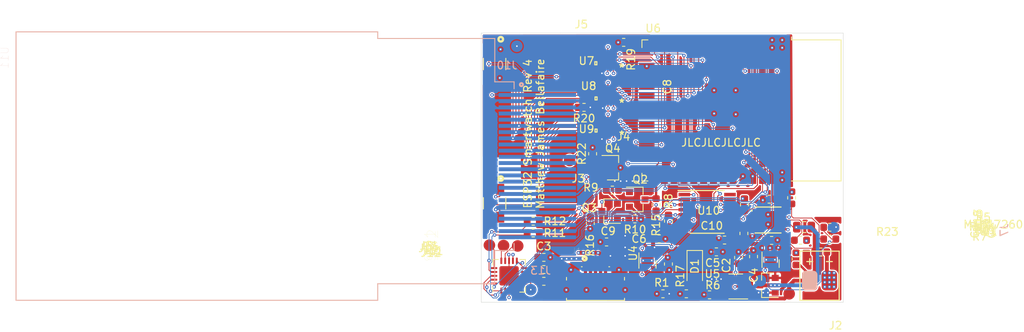
<source format=kicad_pcb>
(kicad_pcb (version 20171130) (host pcbnew "(5.1.5)-3")
  (layers (0 F.Cu signal) (1 In1.Cu power) (2 In2.Cu power) (31 B.Cu signal) (34 B.Paste user) (35 F.Paste user) (36 B.SilkS user) (37 F.SilkS user) (38 B.Mask user) (39 F.Mask user) (44 Edge.Cuts user))
  (net 0 "")
  (net 1 GND)
  (net 2 /BAT+)
  (net 3 "Net-(C3-Pad1)")
  (net 4 +3V3)
  (net 5 +2V8)
  (net 6 "Net-(C10-Pad1)")
  (net 7 /VBUS)
  (net 8 "Net-(J1-Pad3)")
  (net 9 "Net-(J1-Pad2)")
  (net 10 "Net-(J1-Pad4)")
  (net 11 /IO0)
  (net 12 /IO2)
  (net 13 /IO12)
  (net 14 /IO15)
  (net 15 "Net-(J11-Pad1)")
  (net 16 "Net-(J12-Pad1)")
  (net 17 "Net-(J13-Pad1)")
  (net 18 "Net-(J14-Pad1)")
  (net 19 /DTR)
  (net 20 "Net-(Q2-Pad1)")
  (net 21 /EN)
  (net 22 /RTS)
  (net 23 "Net-(Q3-Pad1)")
  (net 24 /LED_PWR)
  (net 25 "Net-(R2-Pad2)")
  (net 26 "Net-(R3-Pad2)")
  (net 27 /LDO_EN)
  (net 28 /BAT_ALRT)
  (net 29 "Net-(R6-Pad1)")
  (net 30 /REG_PG)
  (net 31 /LCD_PG)
  (net 32 /RXD)
  (net 33 /TXD0)
  (net 34 /TXD)
  (net 35 /RXD0)
  (net 36 /I2C_SCL)
  (net 37 /I2C_SDA)
  (net 38 /CHG_STAT)
  (net 39 /LCD_~RST~)
  (net 40 /TOUCH_IRQ)
  (net 41 "Net-(U2-Pad5)")
  (net 42 /LCD_DB2)
  (net 43 "Net-(U6-Pad32)")
  (net 44 /LCD_DB1)
  (net 45 /LCD_DB0)
  (net 46 /LCD_~RD~)
  (net 47 "Net-(U6-Pad22)")
  (net 48 "Net-(U6-Pad21)")
  (net 49 "Net-(U6-Pad20)")
  (net 50 "Net-(U6-Pad19)")
  (net 51 "Net-(U6-Pad18)")
  (net 52 "Net-(U6-Pad17)")
  (net 53 /LCD_~DC~)
  (net 54 /LCD_DB5)
  (net 55 /LCD_DB4)
  (net 56 /LCD_DB3)
  (net 57 /LCD_DB7)
  (net 58 /LCD_DB6)
  (net 59 "Net-(U11-Pad4)")
  (net 60 "Net-(U11-Pad6)")
  (net 61 "Net-(U11-Pad7)")
  (net 62 "Net-(U11-Pad8)")
  (net 63 "Net-(U11-Pad9)")
  (net 64 "Net-(U11-Pad10)")
  (net 65 "Net-(U11-Pad11)")
  (net 66 "Net-(U11-Pad12)")
  (net 67 "Net-(U11-Pad13)")
  (net 68 "Net-(U11-Pad14)")
  (net 69 "Net-(U11-Pad15)")
  (net 70 "Net-(U11-Pad16)")
  (net 71 "Net-(U10-Pad16)")
  (net 72 "Net-(U10-Pad15)")
  (net 73 "Net-(U10-Pad8)")
  (net 74 "Net-(U10-Pad7)")
  (net 75 /Y-)
  (net 76 /X-)
  (net 77 /Y+)
  (net 78 /X+)
  (net 79 "Net-(U2-Pad6)")
  (net 80 "Net-(U2-Pad4)")
  (net 81 "Net-(U2-Pad2)")
  (net 82 /PWR_IN)
  (net 83 "Net-(C11-Pad1)")
  (net 84 /BAT_SENSE)
  (net 85 /LCD_LED)
  (net 86 /LCD_~CS~)
  (module CustomFootprints:TDFN16-EP (layer F.Cu) (at 160.274 86.5632)
    (fp_text reference U1 (at 28.2956 0.5842) (layer F.SilkS))
    (fp_text value MAX17260 (at 29.1084 0.5842) (layer F.SilkS))
    (fp_text user * (at 28.194 0.889) (layer F.SilkS))
    (pad 15 smd rect (at 0 0) (size 1.8034 2.3876) (layers F.Cu F.Paste F.Mask) (net 1 GND))
    (pad 14 smd rect (at 1.4986 -1.2) (size 0.7112 0.1524) (layers F.Cu F.Paste F.Mask) (net 36 /I2C_SCL))
    (pad 13 smd rect (at 1.4986 -0.800001) (size 0.7112 0.1524) (layers F.Cu F.Paste F.Mask) (net 37 /I2C_SDA))
    (pad 12 smd rect (at 1.4986 -0.399999) (size 0.7112 0.1524) (layers F.Cu F.Paste F.Mask) (net 28 /BAT_ALRT))
    (pad 11 smd rect (at 1.4986 0) (size 0.7112 0.1524) (layers F.Cu F.Paste F.Mask) (net 83 "Net-(C11-Pad1)"))
    (pad 10 smd rect (at 1.4986 0.399999) (size 0.7112 0.1524) (layers F.Cu F.Paste F.Mask) (net 84 /BAT_SENSE))
    (pad 9 smd rect (at 1.4986 0.800001) (size 0.7112 0.1524) (layers F.Cu F.Paste F.Mask) (net 1 GND))
    (pad 8 smd rect (at 1.4986 1.2) (size 0.7112 0.1524) (layers F.Cu F.Paste F.Mask) (net 1 GND))
    (pad 7 smd rect (at -1.4986 1.2) (size 0.7112 0.1524) (layers F.Cu F.Paste F.Mask) (net 2 /BAT+))
    (pad 6 smd rect (at -1.4986 0.800001) (size 0.7112 0.1524) (layers F.Cu F.Paste F.Mask) (net 2 /BAT+))
    (pad 5 smd rect (at -1.4986 0.399999) (size 0.7112 0.1524) (layers F.Cu F.Paste F.Mask))
    (pad 4 smd rect (at -1.4986 0) (size 0.7112 0.1524) (layers F.Cu F.Paste F.Mask))
    (pad 3 smd rect (at -1.4986 -0.399999) (size 0.7112 0.1524) (layers F.Cu F.Paste F.Mask))
    (pad 2 smd rect (at -1.4986 -0.800001) (size 0.7112 0.1524) (layers F.Cu F.Paste F.Mask))
    (pad 1 smd rect (at -1.4986 -1.2) (size 0.7112 0.1524) (layers F.Cu F.Paste F.Mask) (net 2 /BAT+))
  )
  (module Resistor_SMD:R_0805_2012Metric (layer F.Cu) (at 164.9245 87.4776 180)
    (fp_text reference R23 (at -10.7673 -0.6096) (layer F.SilkS))
    (fp_text value 6m)
    (pad 2 smd roundrect (at 0.9375 0 180) (size 0.975 1.4) (layers F.Cu F.Paste F.Mask) (net 84 /BAT_SENSE))
    (pad 1 smd roundrect (at -0.9375 0 180) (size 0.975 1.4) (layers F.Cu F.Paste F.Mask) (net 2 /BAT+))
  )
  (module Capacitor_SMD:C_0603_1608Metric (layer F.Cu) (at 164.4649 89.1794)
    (fp_text reference C11 (at 23.8505 -1.3208) (layer F.SilkS))
    (fp_text value 0.1uF)
    (pad 2 smd roundrect (at 0.7875 0) (size 0.875 0.95) (layers F.Cu F.Paste F.Mask) (net 1 GND))
    (pad 1 smd roundrect (at -0.7875 0) (size 0.875 0.95) (layers F.Cu F.Paste F.Mask) (net 83 "Net-(C11-Pad1)"))
  )
  (module CustomFootprints:LCD_NHD-1.8-128160EF-CTXI#-T (layer B.Cu) (at 127.2 79.6 270)
    (fp_text reference U11 (at -14.009425 65.589895 90) (layer B.SilkS) (effects (font (size 1.002827 1.002827) (thickness 0.015)) (justify mirror)))
    (fp_text value NHD-1.8-128160EF-CTXI#-T)
    (pad 24 smd rect (at 9.2 -3.25 270) (size 0.5 10) (layers B.Cu B.Paste B.Mask) (net 76 /X-))
    (pad 23 smd rect (at 8.4 -3.25 270) (size 0.5 10) (layers B.Cu B.Paste B.Mask) (net 75 /Y-))
    (pad 22 smd rect (at 7.6 -3.25 270) (size 0.5 10) (layers B.Cu B.Paste B.Mask) (net 78 /X+))
    (pad 21 smd rect (at 6.8 -3.25 270) (size 0.5 10) (layers B.Cu B.Paste B.Mask) (net 77 /Y+))
    (pad 20 smd rect (at 6 -3.25 270) (size 0.5 10) (layers B.Cu B.Paste B.Mask) (net 1 GND))
    (pad 19 smd rect (at 5.2 -3.25 270) (size 0.5 10) (layers B.Cu B.Paste B.Mask) (net 1 GND))
    (pad 18 smd rect (at 4.4 -3.25 270) (size 0.5 10) (layers B.Cu B.Paste B.Mask) (net 1 GND))
    (pad 17 smd rect (at 3.6 -3.25 270) (size 0.5 10) (layers B.Cu B.Paste B.Mask) (net 24 /LED_PWR))
    (pad 16 smd rect (at 2.8 -3.25 270) (size 0.5 10) (layers B.Cu B.Paste B.Mask) (net 70 "Net-(U11-Pad16)"))
    (pad 15 smd rect (at 2 -3.25 270) (size 0.5 10) (layers B.Cu B.Paste B.Mask) (net 69 "Net-(U11-Pad15)"))
    (pad 14 smd rect (at 1.2 -3.25 270) (size 0.5 10) (layers B.Cu B.Paste B.Mask) (net 68 "Net-(U11-Pad14)"))
    (pad 13 smd rect (at 0.4 -3.25 270) (size 0.5 10) (layers B.Cu B.Paste B.Mask) (net 67 "Net-(U11-Pad13)"))
    (pad 12 smd rect (at -0.4 -3.25 270) (size 0.5 10) (layers B.Cu B.Paste B.Mask) (net 66 "Net-(U11-Pad12)"))
    (pad 11 smd rect (at -1.2 -3.25 270) (size 0.5 10) (layers B.Cu B.Paste B.Mask) (net 65 "Net-(U11-Pad11)"))
    (pad 10 smd rect (at -2 -3.25 270) (size 0.5 10) (layers B.Cu B.Paste B.Mask) (net 64 "Net-(U11-Pad10)"))
    (pad 9 smd rect (at -2.8 -3.25 270) (size 0.5 10) (layers B.Cu B.Paste B.Mask) (net 63 "Net-(U11-Pad9)"))
    (pad 8 smd rect (at -3.6 -3.25 270) (size 0.5 10) (layers B.Cu B.Paste B.Mask) (net 62 "Net-(U11-Pad8)"))
    (pad 7 smd rect (at -4.4 -3.25 270) (size 0.5 10) (layers B.Cu B.Paste B.Mask) (net 61 "Net-(U11-Pad7)"))
    (pad 6 smd rect (at -5.2 -3.25 270) (size 0.5 10) (layers B.Cu B.Paste B.Mask) (net 60 "Net-(U11-Pad6)"))
    (pad 5 smd rect (at -6 -3.25 270) (size 0.5 10) (layers B.Cu B.Paste B.Mask) (net 39 /LCD_~RST~))
    (pad 4 smd rect (at -6.8 -3.25 270) (size 0.5 10) (layers B.Cu B.Paste B.Mask) (net 59 "Net-(U11-Pad4)"))
    (pad 3 smd rect (at -7.6 -3.25 270) (size 0.5 10) (layers B.Cu B.Paste B.Mask) (net 5 +2V8))
    (pad 2 smd rect (at -8.4 -3.25 270) (size 0.5 10) (layers B.Cu B.Paste B.Mask) (net 5 +2V8))
    (pad 1 smd rect (at -9.2 -3.25 270) (size 0.5 10) (layers B.Cu B.Paste B.Mask) (net 1 GND))
  )
  (module Resistor_SMD:R_0603_1608Metric (layer F.Cu) (at 131.2925 92.964 180)
    (fp_text reference R2 (at 14.4525 2.54) (layer F.SilkS))
    (fp_text value 27)
    (pad 2 smd roundrect (at 0.7875 0 180) (size 0.875 0.95) (layers F.Cu F.Paste F.Mask) (net 25 "Net-(R2-Pad2)"))
    (pad 1 smd roundrect (at -0.7875 0 180) (size 0.875 0.95) (layers F.Cu F.Paste F.Mask) (net 9 "Net-(J1-Pad2)"))
  )
  (module Resistor_SMD:R_0603_1608Metric (layer F.Cu) (at 131.2925 94.488 180)
    (fp_text reference R3 (at 14.7319 4.4958) (layer F.SilkS))
    (fp_text value 27)
    (pad 2 smd roundrect (at 0.7875 0 180) (size 0.875 0.95) (layers F.Cu F.Paste F.Mask) (net 26 "Net-(R3-Pad2)"))
    (pad 1 smd roundrect (at -0.7875 0 180) (size 0.875 0.95) (layers F.Cu F.Paste F.Mask) (net 8 "Net-(J1-Pad3)"))
  )
  (module Package_DFN_QFN:QFN-20-1EP_4x4mm_P0.5mm_EP2.5x2.5mm (layer F.Cu) (at 126.7968 93.7768 90)
    (fp_text reference U2 (at 3.6322 -10.0838 270) (layer F.SilkS))
    (fp_text value FT231XQ)
    (pad 20 smd roundrect (at -1 -1.9375 90) (size 0.25 0.825) (layers F.Cu F.Paste F.Mask) (net 3 "Net-(C3-Pad1)"))
    (pad 19 smd roundrect (at -0.5 -1.9375 90) (size 0.25 0.825) (layers F.Cu F.Paste F.Mask) (net 22 /RTS))
    (pad 18 smd roundrect (at 0 -1.9375 90) (size 0.25 0.825) (layers F.Cu F.Paste F.Mask) (net 19 /DTR))
    (pad 17 smd roundrect (at 0.5 -1.9375 90) (size 0.25 0.825) (layers F.Cu F.Paste F.Mask) (net 34 /TXD))
    (pad 16 smd roundrect (at 1 -1.9375 90) (size 0.25 0.825) (layers F.Cu F.Paste F.Mask) (net 18 "Net-(J14-Pad1)"))
    (pad 15 smd roundrect (at 1.9375 -1 90) (size 0.825 0.25) (layers F.Cu F.Paste F.Mask) (net 15 "Net-(J11-Pad1)"))
    (pad 14 smd roundrect (at 1.9375 -0.5 90) (size 0.825 0.25) (layers F.Cu F.Paste F.Mask) (net 16 "Net-(J12-Pad1)"))
    (pad 13 smd roundrect (at 1.9375 0 90) (size 0.825 0.25) (layers F.Cu F.Paste F.Mask) (net 1 GND))
    (pad 12 smd roundrect (at 1.9375 0.5 90) (size 0.825 0.25) (layers F.Cu F.Paste F.Mask) (net 4 +3V3))
    (pad 11 smd roundrect (at 1.9375 1 90) (size 0.825 0.25) (layers F.Cu F.Paste F.Mask) (net 3 "Net-(C3-Pad1)"))
    (pad 10 smd roundrect (at 1 1.9375 90) (size 0.25 0.825) (layers F.Cu F.Paste F.Mask) (net 3 "Net-(C3-Pad1)"))
    (pad 9 smd roundrect (at 0.5 1.9375 90) (size 0.25 0.825) (layers F.Cu F.Paste F.Mask) (net 25 "Net-(R2-Pad2)"))
    (pad 8 smd roundrect (at 0 1.9375 90) (size 0.25 0.825) (layers F.Cu F.Paste F.Mask) (net 26 "Net-(R3-Pad2)"))
    (pad 7 smd roundrect (at -0.5 1.9375 90) (size 0.25 0.825) (layers F.Cu F.Paste F.Mask) (net 17 "Net-(J13-Pad1)"))
    (pad 6 smd roundrect (at -1 1.9375 90) (size 0.25 0.825) (layers F.Cu F.Paste F.Mask) (net 79 "Net-(U2-Pad6)"))
    (pad 5 smd roundrect (at -1.9375 1 90) (size 0.825 0.25) (layers F.Cu F.Paste F.Mask) (net 41 "Net-(U2-Pad5)"))
    (pad 4 smd roundrect (at -1.9375 0.5 90) (size 0.825 0.25) (layers F.Cu F.Paste F.Mask) (net 80 "Net-(U2-Pad4)"))
    (pad 3 smd roundrect (at -1.9375 0 90) (size 0.825 0.25) (layers F.Cu F.Paste F.Mask) (net 1 GND))
    (pad 2 smd roundrect (at -1.9375 -0.5 90) (size 0.825 0.25) (layers F.Cu F.Paste F.Mask) (net 81 "Net-(U2-Pad2)"))
    (pad 1 smd roundrect (at -1.9375 -1 90) (size 0.825 0.25) (layers F.Cu F.Paste F.Mask) (net 32 /RXD))
    (pad 21 smd roundrect (at 0 0 90) (size 2.5 2.5) (layers F.Cu F.Mask) (roundrect_rratio 0.1) (net 1 GND))
  )
  (module Package_SO:TSSOP-16_4.4x5mm_P0.65mm (layer F.Cu) (at 152.4 85.55)
    (fp_text reference U10 (at 0.2 -0.2) (layer F.SilkS))
    (fp_text value TSC2003IPWR)
    (pad 16 smd rect (at 2.95 -2.275) (size 1.5 0.45) (layers F.Cu F.Paste F.Mask) (net 71 "Net-(U10-Pad16)"))
    (pad 15 smd rect (at 2.95 -1.625) (size 1.5 0.45) (layers F.Cu F.Paste F.Mask) (net 72 "Net-(U10-Pad15)"))
    (pad 14 smd rect (at 2.95 -0.975) (size 1.5 0.45) (layers F.Cu F.Paste F.Mask) (net 1 GND))
    (pad 13 smd rect (at 2.95 -0.325) (size 1.5 0.45) (layers F.Cu F.Paste F.Mask) (net 1 GND))
    (pad 12 smd rect (at 2.95 0.325) (size 1.5 0.45) (layers F.Cu F.Paste F.Mask) (net 36 /I2C_SCL))
    (pad 11 smd rect (at 2.95 0.975) (size 1.5 0.45) (layers F.Cu F.Paste F.Mask) (net 37 /I2C_SDA))
    (pad 10 smd rect (at 2.95 1.625) (size 1.5 0.45) (layers F.Cu F.Paste F.Mask) (net 40 /TOUCH_IRQ))
    (pad 9 smd rect (at 2.95 2.275) (size 1.5 0.45) (layers F.Cu F.Paste F.Mask) (net 6 "Net-(C10-Pad1)"))
    (pad 8 smd rect (at -2.95 2.275) (size 1.5 0.45) (layers F.Cu F.Paste F.Mask) (net 73 "Net-(U10-Pad8)"))
    (pad 7 smd rect (at -2.95 1.625) (size 1.5 0.45) (layers F.Cu F.Paste F.Mask) (net 74 "Net-(U10-Pad7)"))
    (pad 6 smd rect (at -2.95 0.975) (size 1.5 0.45) (layers F.Cu F.Paste F.Mask) (net 1 GND))
    (pad 5 smd rect (at -2.95 0.325) (size 1.5 0.45) (layers F.Cu F.Paste F.Mask) (net 75 /Y-))
    (pad 4 smd rect (at -2.95 -0.325) (size 1.5 0.45) (layers F.Cu F.Paste F.Mask) (net 76 /X-))
    (pad 3 smd rect (at -2.95 -0.975) (size 1.5 0.45) (layers F.Cu F.Paste F.Mask) (net 77 /Y+))
    (pad 2 smd rect (at -2.95 -1.625) (size 1.5 0.45) (layers F.Cu F.Paste F.Mask) (net 78 /X+))
    (pad 1 smd rect (at -2.95 -2.275) (size 1.5 0.45) (layers F.Cu F.Paste F.Mask) (net 4 +3V3))
  )
  (module CustomFootprints:NLSV4T244MUTAG (layer F.Cu) (at 139.5761 74.600001 180)
    (fp_text reference U9 (at 2.7717 -0.202999) (layer F.SilkS))
    (fp_text value NLSV4T244 hide)
    (fp_text user * (at -1.7907 -1) (layer F.SilkS))
    (fp_text user * (at -1.7907 -1) (layer F.SilkS))
    (pad 12 smd rect (at 0 -0.8763 180) (size 0.254 0.8636) (layers F.Cu F.Paste F.Mask) (net 1 GND))
    (pad 11 smd rect (at 0.7239 -0.800001 270) (size 0.254 0.8636) (layers F.Cu F.Paste F.Mask) (net 5 +2V8))
    (pad 10 smd rect (at 0.7239 -0.399999 270) (size 0.254 0.8636) (layers F.Cu F.Paste F.Mask) (net 67 "Net-(U11-Pad13)"))
    (pad 9 smd rect (at 0.7239 0 270) (size 0.254 0.8636) (layers F.Cu F.Paste F.Mask) (net 68 "Net-(U11-Pad14)"))
    (pad 8 smd rect (at 0.7239 0.399999 270) (size 0.254 0.8636) (layers F.Cu F.Paste F.Mask) (net 69 "Net-(U11-Pad15)"))
    (pad 7 smd rect (at 0.7239 0.800001 270) (size 0.254 0.8636) (layers F.Cu F.Paste F.Mask) (net 70 "Net-(U11-Pad16)"))
    (pad 6 smd rect (at 0 0.8763 180) (size 0.254 0.8636) (layers F.Cu F.Paste F.Mask) (net 1 GND))
    (pad 5 smd rect (at -0.7239 0.800001 270) (size 0.254 0.8636) (layers F.Cu F.Paste F.Mask) (net 57 /LCD_DB7))
    (pad 4 smd rect (at -0.7239 0.399999 270) (size 0.254 0.8636) (layers F.Cu F.Paste F.Mask) (net 58 /LCD_DB6))
    (pad 3 smd rect (at -0.7239 0 270) (size 0.254 0.8636) (layers F.Cu F.Paste F.Mask) (net 54 /LCD_DB5))
    (pad 2 smd rect (at -0.7239 -0.399999 270) (size 0.254 0.8636) (layers F.Cu F.Paste F.Mask) (net 55 /LCD_DB4))
    (pad 1 smd rect (at -0.7239 -0.800001 270) (size 0.254 0.8636) (layers F.Cu F.Paste F.Mask) (net 4 +3V3))
  )
  (module CustomFootprints:NLSV4T244MUTAG (layer F.Cu) (at 139.5761 70.450001 180)
    (fp_text reference U8 (at 2.4923 1.209601) (layer F.SilkS))
    (fp_text value NLSV4T244 hide)
    (fp_text user * (at -1.7907 -1) (layer F.SilkS))
    (fp_text user * (at -1.7907 -1) (layer F.SilkS))
    (pad 12 smd rect (at 0 -0.8763 180) (size 0.254 0.8636) (layers F.Cu F.Paste F.Mask) (net 1 GND))
    (pad 11 smd rect (at 0.7239 -0.800001 270) (size 0.254 0.8636) (layers F.Cu F.Paste F.Mask) (net 5 +2V8))
    (pad 10 smd rect (at 0.7239 -0.399999 270) (size 0.254 0.8636) (layers F.Cu F.Paste F.Mask) (net 63 "Net-(U11-Pad9)"))
    (pad 9 smd rect (at 0.7239 0 270) (size 0.254 0.8636) (layers F.Cu F.Paste F.Mask) (net 64 "Net-(U11-Pad10)"))
    (pad 8 smd rect (at 0.7239 0.399999 270) (size 0.254 0.8636) (layers F.Cu F.Paste F.Mask) (net 65 "Net-(U11-Pad11)"))
    (pad 7 smd rect (at 0.7239 0.800001 270) (size 0.254 0.8636) (layers F.Cu F.Paste F.Mask) (net 66 "Net-(U11-Pad12)"))
    (pad 6 smd rect (at 0 0.8763 180) (size 0.254 0.8636) (layers F.Cu F.Paste F.Mask) (net 1 GND))
    (pad 5 smd rect (at -0.7239 0.800001 270) (size 0.254 0.8636) (layers F.Cu F.Paste F.Mask) (net 56 /LCD_DB3))
    (pad 4 smd rect (at -0.7239 0.399999 270) (size 0.254 0.8636) (layers F.Cu F.Paste F.Mask) (net 42 /LCD_DB2))
    (pad 3 smd rect (at -0.7239 0 270) (size 0.254 0.8636) (layers F.Cu F.Paste F.Mask) (net 44 /LCD_DB1))
    (pad 2 smd rect (at -0.7239 -0.399999 270) (size 0.254 0.8636) (layers F.Cu F.Paste F.Mask) (net 45 /LCD_DB0))
    (pad 1 smd rect (at -0.7239 -0.800001 270) (size 0.254 0.8636) (layers F.Cu F.Paste F.Mask) (net 4 +3V3))
  )
  (module CustomFootprints:NLSV4T244MUTAG (layer F.Cu) (at 139.55 65.9 180)
    (fp_text reference U7 (at 2.75 -0.1) (layer F.SilkS))
    (fp_text value NLSV4T244 hide)
    (fp_text user * (at -1.7907 -1) (layer F.SilkS))
    (fp_text user * (at -1.7907 -1) (layer F.SilkS))
    (pad 12 smd rect (at 0 -0.8763 180) (size 0.254 0.8636) (layers F.Cu F.Paste F.Mask) (net 1 GND))
    (pad 11 smd rect (at 0.7239 -0.800001 270) (size 0.254 0.8636) (layers F.Cu F.Paste F.Mask) (net 5 +2V8))
    (pad 10 smd rect (at 0.7239 -0.399999 270) (size 0.254 0.8636) (layers F.Cu F.Paste F.Mask) (net 59 "Net-(U11-Pad4)"))
    (pad 9 smd rect (at 0.7239 0 270) (size 0.254 0.8636) (layers F.Cu F.Paste F.Mask) (net 60 "Net-(U11-Pad6)"))
    (pad 8 smd rect (at 0.7239 0.399999 270) (size 0.254 0.8636) (layers F.Cu F.Paste F.Mask) (net 61 "Net-(U11-Pad7)"))
    (pad 7 smd rect (at 0.7239 0.800001 270) (size 0.254 0.8636) (layers F.Cu F.Paste F.Mask) (net 62 "Net-(U11-Pad8)"))
    (pad 6 smd rect (at 0 0.8763 180) (size 0.254 0.8636) (layers F.Cu F.Paste F.Mask) (net 1 GND))
    (pad 5 smd rect (at -0.7239 0.800001 270) (size 0.254 0.8636) (layers F.Cu F.Paste F.Mask) (net 46 /LCD_~RD~))
    (pad 4 smd rect (at -0.7239 0.399999 270) (size 0.254 0.8636) (layers F.Cu F.Paste F.Mask) (net 14 /IO15))
    (pad 3 smd rect (at -0.7239 0 270) (size 0.254 0.8636) (layers F.Cu F.Paste F.Mask) (net 53 /LCD_~DC~))
    (pad 2 smd rect (at -0.7239 -0.399999 270) (size 0.254 0.8636) (layers F.Cu F.Paste F.Mask) (net 86 /LCD_~CS~))
    (pad 1 smd rect (at -0.7239 -0.800001 270) (size 0.254 0.8636) (layers F.Cu F.Paste F.Mask) (net 4 +3V3))
  )
  (module RF_Module:ESP32-WROOM-32 (layer F.Cu) (at 153.85 72.4 270)
    (fp_text reference U6 (at -10.61 8.43) (layer F.SilkS))
    (fp_text value ESP32-WROOM-32)
    (pad 38 smd rect (at 8.5 -8.255 270) (size 2 0.9) (layers F.Cu F.Paste F.Mask) (net 1 GND))
    (pad 37 smd rect (at 8.5 -6.985 270) (size 2 0.9) (layers F.Cu F.Paste F.Mask) (net 37 /I2C_SDA))
    (pad 36 smd rect (at 8.5 -5.715 270) (size 2 0.9) (layers F.Cu F.Paste F.Mask) (net 36 /I2C_SCL))
    (pad 35 smd rect (at 8.5 -4.445 270) (size 2 0.9) (layers F.Cu F.Paste F.Mask) (net 33 /TXD0))
    (pad 34 smd rect (at 8.5 -3.175 270) (size 2 0.9) (layers F.Cu F.Paste F.Mask) (net 35 /RXD0))
    (pad 33 smd rect (at 8.5 -1.905 270) (size 2 0.9) (layers F.Cu F.Paste F.Mask) (net 58 /LCD_DB6))
    (pad 32 smd rect (at 8.5 -0.635 270) (size 2 0.9) (layers F.Cu F.Paste F.Mask) (net 43 "Net-(U6-Pad32)"))
    (pad 31 smd rect (at 8.5 0.635 270) (size 2 0.9) (layers F.Cu F.Paste F.Mask) (net 57 /LCD_DB7))
    (pad 30 smd rect (at 8.5 1.905 270) (size 2 0.9) (layers F.Cu F.Paste F.Mask) (net 53 /LCD_~DC~))
    (pad 29 smd rect (at 8.5 3.175 270) (size 2 0.9) (layers F.Cu F.Paste F.Mask) (net 86 /LCD_~CS~))
    (pad 28 smd rect (at 8.5 4.445 270) (size 2 0.9) (layers F.Cu F.Paste F.Mask) (net 46 /LCD_~RD~))
    (pad 27 smd rect (at 8.5 5.715 270) (size 2 0.9) (layers F.Cu F.Paste F.Mask) (net 85 /LCD_LED))
    (pad 26 smd rect (at 8.5 6.985 270) (size 2 0.9) (layers F.Cu F.Paste F.Mask) (net 40 /TOUCH_IRQ))
    (pad 25 smd rect (at 8.5 8.255 270) (size 2 0.9) (layers F.Cu F.Paste F.Mask) (net 11 /IO0))
    (pad 24 smd rect (at 5.715 9.255) (size 2 0.9) (layers F.Cu F.Paste F.Mask) (net 12 /IO2))
    (pad 23 smd rect (at 4.445 9.255) (size 2 0.9) (layers F.Cu F.Paste F.Mask) (net 14 /IO15))
    (pad 22 smd rect (at 3.175 9.255) (size 2 0.9) (layers F.Cu F.Paste F.Mask) (net 47 "Net-(U6-Pad22)"))
    (pad 21 smd rect (at 1.905 9.255) (size 2 0.9) (layers F.Cu F.Paste F.Mask) (net 48 "Net-(U6-Pad21)"))
    (pad 20 smd rect (at 0.635 9.255) (size 2 0.9) (layers F.Cu F.Paste F.Mask) (net 49 "Net-(U6-Pad20)"))
    (pad 19 smd rect (at -0.635 9.255) (size 2 0.9) (layers F.Cu F.Paste F.Mask) (net 50 "Net-(U6-Pad19)"))
    (pad 18 smd rect (at -1.905 9.255) (size 2 0.9) (layers F.Cu F.Paste F.Mask) (net 51 "Net-(U6-Pad18)"))
    (pad 17 smd rect (at -3.175 9.255) (size 2 0.9) (layers F.Cu F.Paste F.Mask) (net 52 "Net-(U6-Pad17)"))
    (pad 16 smd rect (at -4.445 9.255) (size 2 0.9) (layers F.Cu F.Paste F.Mask) (net 39 /LCD_~RST~))
    (pad 15 smd rect (at -5.715 9.255) (size 2 0.9) (layers F.Cu F.Paste F.Mask) (net 1 GND))
    (pad 14 smd rect (at -8.5 8.255 270) (size 2 0.9) (layers F.Cu F.Paste F.Mask) (net 13 /IO12))
    (pad 13 smd rect (at -8.5 6.985 270) (size 2 0.9) (layers F.Cu F.Paste F.Mask) (net 54 /LCD_DB5))
    (pad 12 smd rect (at -8.5 5.715 270) (size 2 0.9) (layers F.Cu F.Paste F.Mask) (net 45 /LCD_DB0))
    (pad 11 smd rect (at -8.5 4.445 270) (size 2 0.9) (layers F.Cu F.Paste F.Mask) (net 44 /LCD_DB1))
    (pad 10 smd rect (at -8.5 3.175 270) (size 2 0.9) (layers F.Cu F.Paste F.Mask) (net 42 /LCD_DB2))
    (pad 9 smd rect (at -8.5 1.905 270) (size 2 0.9) (layers F.Cu F.Paste F.Mask) (net 56 /LCD_DB3))
    (pad 8 smd rect (at -8.5 0.635 270) (size 2 0.9) (layers F.Cu F.Paste F.Mask) (net 55 /LCD_DB4))
    (pad 7 smd rect (at -8.5 -0.635 270) (size 2 0.9) (layers F.Cu F.Paste F.Mask) (net 38 /CHG_STAT))
    (pad 6 smd rect (at -8.5 -1.905 270) (size 2 0.9) (layers F.Cu F.Paste F.Mask) (net 28 /BAT_ALRT))
    (pad 5 smd rect (at -8.5 -3.175 270) (size 2 0.9) (layers F.Cu F.Paste F.Mask) (net 31 /LCD_PG))
    (pad 4 smd rect (at -8.5 -4.445 270) (size 2 0.9) (layers F.Cu F.Paste F.Mask) (net 30 /REG_PG))
    (pad 3 smd rect (at -8.5 -5.715 270) (size 2 0.9) (layers F.Cu F.Paste F.Mask) (net 21 /EN))
    (pad 2 smd rect (at -8.5 -6.985 270) (size 2 0.9) (layers F.Cu F.Paste F.Mask) (net 4 +3V3))
    (pad 1 smd rect (at -8.5 -8.255 270) (size 2 0.9) (layers F.Cu F.Paste F.Mask) (net 1 GND))
    (pad 39 smd rect (at -1 -0.755 270) (size 5 5) (layers F.Cu F.Paste F.Mask) (net 1 GND))
  )
  (module Package_TO_SOT_SMD:SOT-23-5 (layer F.Cu) (at 156.1 95.15 180)
    (fp_text reference U5 (at 3.0142 1.6272) (layer F.SilkS))
    (fp_text value MCP73832-2-OT)
    (pad 5 smd rect (at 1.1 -0.95 180) (size 1.06 0.65) (layers F.Cu F.Paste F.Mask) (net 29 "Net-(R6-Pad1)"))
    (pad 4 smd rect (at 1.1 0.95 180) (size 1.06 0.65) (layers F.Cu F.Paste F.Mask) (net 7 /VBUS))
    (pad 3 smd rect (at -1.1 0.95 180) (size 1.06 0.65) (layers F.Cu F.Paste F.Mask) (net 2 /BAT+))
    (pad 2 smd rect (at -1.1 0 180) (size 1.06 0.65) (layers F.Cu F.Paste F.Mask) (net 1 GND))
    (pad 1 smd rect (at -1.1 -0.95 180) (size 1.06 0.65) (layers F.Cu F.Paste F.Mask) (net 38 /CHG_STAT))
  )
  (module Package_SON:WSON-6-1EP_2x2mm_P0.65mm_EP1x1.6mm_ThermalVias (layer F.Cu) (at 144.6888 91.8 270)
    (fp_text reference U4 (at -0.9442 1.8646 90) (layer F.SilkS))
    (fp_text value LP5912-2.8DRVT)
    (pad 7 smd rect (at 0 0 270) (size 0.5 1.6) (layers B.Cu) (net 1 GND))
    (pad 7 thru_hole circle (at 0 0.55 270) (size 0.5 0.5) (drill 0.2) (layers *.Cu) (net 1 GND))
    (pad 7 thru_hole circle (at 0 -0.55 270) (size 0.5 0.5) (drill 0.2) (layers *.Cu) (net 1 GND))
    (pad 7 smd rect (at 0 0 270) (size 1 1.6) (layers F.Cu F.Mask) (net 1 GND))
    (pad 6 smd roundrect (at 0.8875 -0.65 270) (size 0.375 0.4) (layers F.Cu F.Paste F.Mask) (net 82 /PWR_IN))
    (pad 5 smd roundrect (at 0.8875 0 270) (size 0.375 0.4) (layers F.Cu F.Paste F.Mask) (net 1 GND))
    (pad 4 smd roundrect (at 0.8875 0.65 270) (size 0.375 0.4) (layers F.Cu F.Paste F.Mask) (net 13 /IO12))
    (pad 3 smd roundrect (at -0.8875 0.65 270) (size 0.375 0.4) (layers F.Cu F.Paste F.Mask) (net 31 /LCD_PG))
    (pad 2 smd roundrect (at -0.8875 0 270) (size 0.375 0.4) (layers F.Cu F.Paste F.Mask))
    (pad 1 smd roundrect (at -0.8875 -0.65 270) (size 0.375 0.4) (layers F.Cu F.Paste F.Mask) (net 5 +2V8))
  )
  (module Package_SON:WSON-6-1EP_2x2mm_P0.65mm_EP1x1.6mm_ThermalVias (layer F.Cu) (at 160.6 91.7 270)
    (fp_text reference U3 (at -4.4002 -27.6902 90) (layer F.SilkS))
    (fp_text value LP5912-3.3DRVT)
    (pad 1 smd roundrect (at -0.8875 -0.65 270) (size 0.375 0.4) (layers F.Cu F.Paste F.Mask) (net 4 +3V3))
    (pad 2 smd roundrect (at -0.8875 0 270) (size 0.375 0.4) (layers F.Cu F.Paste F.Mask))
    (pad 3 smd roundrect (at -0.8875 0.65 270) (size 0.375 0.4) (layers F.Cu F.Paste F.Mask) (net 30 /REG_PG))
    (pad 4 smd roundrect (at 0.8875 0.65 270) (size 0.375 0.4) (layers F.Cu F.Paste F.Mask) (net 27 /LDO_EN))
    (pad 5 smd roundrect (at 0.8875 0 270) (size 0.375 0.4) (layers F.Cu F.Paste F.Mask) (net 1 GND))
    (pad 6 smd roundrect (at 0.8875 -0.65 270) (size 0.375 0.4) (layers F.Cu F.Paste F.Mask) (net 82 /PWR_IN))
    (pad 7 smd rect (at 0 0 270) (size 1 1.6) (layers F.Cu F.Mask) (net 1 GND))
    (pad 7 thru_hole circle (at 0 -0.55 270) (size 0.5 0.5) (drill 0.2) (layers *.Cu) (net 1 GND))
    (pad 7 thru_hole circle (at 0 0.55 270) (size 0.5 0.5) (drill 0.2) (layers *.Cu) (net 1 GND))
    (pad 7 smd rect (at 0 0 270) (size 0.5 1.6) (layers B.Cu) (net 1 GND))
  )
  (module CustomFootprints:SW_EVQ-P7J01P (layer F.Cu) (at 124.925 84.4 270)
    (fp_text reference SW2 (at 5.4144 7.9834 90) (layer F.SilkS) (effects (font (size 1.401614 1.401614) (thickness 0.015))))
    (fp_text value EVQ-P7J01P)
    (pad 1_1 smd rect (at -1.8 -0.725 270) (size 1.4 1.05) (layers F.Cu F.Paste F.Mask) (net 1 GND))
    (pad 1_2 smd rect (at 1.8 -0.725 270) (size 1.4 1.05) (layers F.Cu F.Paste F.Mask) (net 1 GND))
    (pad 2_1 smd rect (at -1.8 0.725 270) (size 1.4 1.05) (layers F.Cu F.Paste F.Mask) (net 21 /EN))
    (pad 2_2 smd rect (at 1.8 0.725 270) (size 1.4 1.05) (layers F.Cu F.Paste F.Mask) (net 21 /EN))
  )
  (module CustomFootprints:SW_EVQ-P7J01P (layer F.Cu) (at 124.925 66.4 270)
    (fp_text reference SW1 (at 23.4906 8.3136 90) (layer F.SilkS) (effects (font (size 1.401614 1.401614) (thickness 0.015))))
    (fp_text value EVQ-P7J01P)
    (pad 1_1 smd rect (at -1.8 -0.725 270) (size 1.4 1.05) (layers F.Cu F.Paste F.Mask) (net 1 GND))
    (pad 1_2 smd rect (at 1.8 -0.725 270) (size 1.4 1.05) (layers F.Cu F.Paste F.Mask) (net 1 GND))
    (pad 2_1 smd rect (at -1.8 0.725 270) (size 1.4 1.05) (layers F.Cu F.Paste F.Mask) (net 11 /IO0))
    (pad 2_2 smd rect (at 1.8 0.725 270) (size 1.4 1.05) (layers F.Cu F.Paste F.Mask) (net 11 /IO0))
  )
  (module Resistor_SMD:R_0603_1608Metric (layer F.Cu) (at 137.6 78 270)
    (fp_text reference R22 (at 0 1.4 90) (layer F.SilkS))
    (fp_text value 100k)
    (pad 2 smd roundrect (at 0.7875 0 270) (size 0.875 0.95) (layers F.Cu F.Paste F.Mask) (net 85 /LCD_LED))
    (pad 1 smd roundrect (at -0.7875 0 270) (size 0.875 0.95) (layers F.Cu F.Paste F.Mask) (net 4 +3V3))
  )
  (module Resistor_SMD:R_0603_1608Metric (layer F.Cu) (at 157.15 88.3 90)
    (fp_text reference R21 (at 0.7716 31.2164 180) (layer F.SilkS))
    (fp_text value 100k)
    (pad 2 smd roundrect (at 0.7875 0 90) (size 0.875 0.95) (layers F.Cu F.Paste F.Mask) (net 40 /TOUCH_IRQ))
    (pad 1 smd roundrect (at -0.7875 0 90) (size 0.875 0.95) (layers F.Cu F.Paste F.Mask) (net 4 +3V3))
  )
  (module Resistor_SMD:R_0603_1608Metric (layer F.Cu) (at 136.4875 72 180)
    (fp_text reference R20 (at 0 -1.43) (layer F.SilkS))
    (fp_text value 100k)
    (pad 2 smd roundrect (at 0.7875 0 180) (size 0.875 0.95) (layers F.Cu F.Paste F.Mask) (net 39 /LCD_~RST~))
    (pad 1 smd roundrect (at -0.7875 0 180) (size 0.875 0.95) (layers F.Cu F.Paste F.Mask) (net 5 +2V8))
  )
  (module Resistor_SMD:R_0603_1608Metric (layer F.Cu) (at 141.6125 63.6 180)
    (fp_text reference R19 (at -0.9577 -2.2114 90) (layer F.SilkS))
    (fp_text value 10k)
    (pad 2 smd roundrect (at 0.7875 0 180) (size 0.875 0.95) (layers F.Cu F.Paste F.Mask) (net 1 GND))
    (pad 1 smd roundrect (at -0.7875 0 180) (size 0.875 0.95) (layers F.Cu F.Paste F.Mask) (net 13 /IO12))
  )
  (module Resistor_SMD:R_0603_1608Metric (layer F.Cu) (at 163.322 83.6929 270)
    (fp_text reference R18 (at 2.9841 -24.0726 90) (layer F.SilkS))
    (fp_text value 10k)
    (pad 2 smd roundrect (at 0.7875 0 270) (size 0.875 0.95) (layers F.Cu F.Paste F.Mask) (net 28 /BAT_ALRT))
    (pad 1 smd roundrect (at -0.7875 0 270) (size 0.875 0.95) (layers F.Cu F.Paste F.Mask) (net 4 +3V3))
  )
  (module Resistor_SMD:R_0603_1608Metric (layer F.Cu) (at 149.7125 96.1)
    (fp_text reference R17 (at -0.7923 -2.2724 90) (layer F.SilkS))
    (fp_text value 10k)
    (pad 2 smd roundrect (at 0.7875 0) (size 0.875 0.95) (layers F.Cu F.Paste F.Mask) (net 38 /CHG_STAT))
    (pad 1 smd roundrect (at -0.7875 0) (size 0.875 0.95) (layers F.Cu F.Paste F.Mask) (net 4 +3V3))
  )
  (module Resistor_SMD:R_0603_1608Metric (layer F.Cu) (at 137.3 86.9875 90)
    (fp_text reference R16 (at -2.8375 -0.05 90) (layer F.SilkS))
    (fp_text value 10k)
    (pad 2 smd roundrect (at 0.7875 0 90) (size 0.875 0.95) (layers F.Cu F.Paste F.Mask) (net 21 /EN))
    (pad 1 smd roundrect (at -0.7875 0 90) (size 0.875 0.95) (layers F.Cu F.Paste F.Mask) (net 4 +3V3))
  )
  (module Resistor_SMD:R_0603_1608Metric (layer F.Cu) (at 145.8 84.5875 90)
    (fp_text reference R15 (at -2.6361 -0.004 90) (layer F.SilkS))
    (fp_text value 10k)
    (pad 2 smd roundrect (at 0.7875 0 90) (size 0.875 0.95) (layers F.Cu F.Paste F.Mask) (net 11 /IO0))
    (pad 1 smd roundrect (at -0.7875 0 90) (size 0.875 0.95) (layers F.Cu F.Paste F.Mask) (net 4 +3V3))
  )
  (module Resistor_SMD:R_0603_1608Metric (layer F.Cu) (at 160.4263 83.8708)
    (fp_text reference R14 (at 27.2681 3.5792) (layer F.SilkS))
    (fp_text value 10k)
    (pad 2 smd roundrect (at 0.7875 0) (size 0.875 0.95) (layers F.Cu F.Paste F.Mask) (net 37 /I2C_SDA))
    (pad 1 smd roundrect (at -0.7875 0) (size 0.875 0.95) (layers F.Cu F.Paste F.Mask) (net 4 +3V3))
  )
  (module Resistor_SMD:R_0603_1608Metric (layer F.Cu) (at 157.226 84.5875 270)
    (fp_text reference R13 (at 1.9757 -30.226 90) (layer F.SilkS))
    (fp_text value 10k)
    (pad 2 smd roundrect (at 0.7875 0 270) (size 0.875 0.95) (layers F.Cu F.Paste F.Mask) (net 36 /I2C_SCL))
    (pad 1 smd roundrect (at -0.7875 0 270) (size 0.875 0.95) (layers F.Cu F.Paste F.Mask) (net 4 +3V3))
  )
  (module Resistor_SMD:R_0603_1608Metric (layer F.Cu) (at 129.9211 86.7156 180)
    (fp_text reference R12 (at -2.8 0) (layer F.SilkS))
    (fp_text value 0)
    (pad 2 smd roundrect (at 0.7875 0 180) (size 0.875 0.95) (layers F.Cu F.Paste F.Mask) (net 34 /TXD))
    (pad 1 smd roundrect (at -0.7875 0 180) (size 0.875 0.95) (layers F.Cu F.Paste F.Mask) (net 35 /RXD0))
  )
  (module Resistor_SMD:R_0603_1608Metric (layer F.Cu) (at 129.9211 88.2396 180)
    (fp_text reference R11 (at -2.8 0) (layer F.SilkS))
    (fp_text value 0)
    (pad 2 smd roundrect (at 0.7875 0 180) (size 0.875 0.95) (layers F.Cu F.Paste F.Mask) (net 32 /RXD))
    (pad 1 smd roundrect (at -0.7875 0 180) (size 0.875 0.95) (layers F.Cu F.Paste F.Mask) (net 33 /TXD0))
  )
  (module Resistor_SMD:R_0603_1608Metric (layer F.Cu) (at 143.0527 86.42096)
    (fp_text reference R10 (at 0.0255 1.36144) (layer F.SilkS))
    (fp_text value 10k)
    (pad 2 smd roundrect (at 0.7875 0) (size 0.875 0.95) (layers F.Cu F.Paste F.Mask) (net 19 /DTR))
    (pad 1 smd roundrect (at -0.7875 0) (size 0.875 0.95) (layers F.Cu F.Paste F.Mask) (net 23 "Net-(Q3-Pad1)"))
  )
  (module Resistor_SMD:R_0603_1608Metric (layer F.Cu) (at 140.15 82.7 180)
    (fp_text reference R9 (at 2.7868 0.3278) (layer F.SilkS))
    (fp_text value 10k)
    (pad 2 smd roundrect (at 0.7875 0 180) (size 0.875 0.95) (layers F.Cu F.Paste F.Mask) (net 22 /RTS))
    (pad 1 smd roundrect (at -0.7875 0 180) (size 0.875 0.95) (layers F.Cu F.Paste F.Mask) (net 20 "Net-(Q2-Pad1)"))
  )
  (module Resistor_SMD:R_0603_1608Metric (layer F.Cu) (at 147.4 86.7 270)
    (fp_text reference R8 (at -2.6 0 90) (layer F.SilkS))
    (fp_text value 100k)
    (pad 2 smd roundrect (at 0.7875 0 270) (size 0.875 0.95) (layers F.Cu F.Paste F.Mask) (net 31 /LCD_PG))
    (pad 1 smd roundrect (at -0.7875 0 270) (size 0.875 0.95) (layers F.Cu F.Paste F.Mask) (net 4 +3V3))
  )
  (module Resistor_SMD:R_0603_1608Metric (layer F.Cu) (at 160.7367 89.2 180)
    (fp_text reference R7 (at -26.8931 0.4778) (layer F.SilkS))
    (fp_text value 100k)
    (pad 2 smd roundrect (at 0.7875 0 180) (size 0.875 0.95) (layers F.Cu F.Paste F.Mask) (net 30 /REG_PG))
    (pad 1 smd roundrect (at -0.7875 0 180) (size 0.875 0.95) (layers F.Cu F.Paste F.Mask) (net 4 +3V3))
  )
  (module Resistor_SMD:R_0603_1608Metric (layer F.Cu) (at 152.70978 96.23044 180)
    (fp_text reference R6 (at -0.42682 1.23444) (layer F.SilkS))
    (fp_text value 10k)
    (pad 2 smd roundrect (at 0.7875 0 180) (size 0.875 0.95) (layers F.Cu F.Paste F.Mask) (net 1 GND))
    (pad 1 smd roundrect (at -0.7875 0 180) (size 0.875 0.95) (layers F.Cu F.Paste F.Mask) (net 29 "Net-(R6-Pad1)"))
  )
  (module Resistor_SMD:R_0603_1608Metric (layer F.Cu) (at 168.2495 89.027 180)
    (fp_text reference R5 (at -19.8439 2.8178) (layer F.SilkS))
    (fp_text value 0)
    (pad 2 smd roundrect (at 0.7875 0 180) (size 0.875 0.95) (layers F.Cu F.Paste F.Mask) (net 28 /BAT_ALRT))
    (pad 1 smd roundrect (at -0.7875 0 180) (size 0.875 0.95) (layers F.Cu F.Paste F.Mask) (net 27 /LDO_EN))
  )
  (module Resistor_SMD:R_0603_1608Metric (layer F.Cu) (at 168.2495 87.503)
    (fp_text reference R4 (at 19.679 0.1046) (layer F.SilkS))
    (fp_text value "0 (NC)")
    (pad 2 smd roundrect (at 0.7875 0) (size 0.875 0.95) (layers F.Cu F.Paste F.Mask) (net 4 +3V3))
    (pad 1 smd roundrect (at -0.7875 0) (size 0.875 0.95) (layers F.Cu F.Paste F.Mask) (net 27 /LDO_EN))
  )
  (module Resistor_SMD:R_0603_1608Metric (layer F.Cu) (at 146.6875 96.1 180)
    (fp_text reference R1 (at 0.1549 1.4342) (layer F.SilkS))
    (fp_text value 100k)
    (pad 2 smd roundrect (at 0.7875 0 180) (size 0.875 0.95) (layers F.Cu F.Paste F.Mask) (net 1 GND))
    (pad 1 smd roundrect (at -0.7875 0 180) (size 0.875 0.95) (layers F.Cu F.Paste F.Mask) (net 7 /VBUS))
  )
  (module Package_TO_SOT_SMD:SOT-23 (layer F.Cu) (at 140.2 79.8)
    (fp_text reference Q4 (at 0 -2.5) (layer F.SilkS))
    (fp_text value FDN340P)
    (pad 3 smd rect (at 1 0) (size 0.9 0.8) (layers F.Cu F.Paste F.Mask) (net 4 +3V3))
    (pad 2 smd rect (at -1 0.95) (size 0.9 0.8) (layers F.Cu F.Paste F.Mask) (net 24 /LED_PWR))
    (pad 1 smd rect (at -1 -0.95) (size 0.9 0.8) (layers F.Cu F.Paste F.Mask) (net 85 /LCD_LED))
  )
  (module Package_TO_SOT_SMD:SOT-23 (layer F.Cu) (at 139.8 85.41 180)
    (fp_text reference Q3 (at 2.64 0.3962) (layer F.SilkS))
    (fp_text value MMBT3904)
    (pad 3 smd rect (at 1 0 180) (size 0.9 0.8) (layers F.Cu F.Paste F.Mask) (net 21 /EN))
    (pad 2 smd rect (at -1 0.95 180) (size 0.9 0.8) (layers F.Cu F.Paste F.Mask) (net 22 /RTS))
    (pad 1 smd rect (at -1 -0.95 180) (size 0.9 0.8) (layers F.Cu F.Paste F.Mask) (net 23 "Net-(Q3-Pad1)"))
  )
  (module Package_TO_SOT_SMD:SOT-23 (layer F.Cu) (at 143.36192 83.90132)
    (fp_text reference Q2 (at 0.37668 -2.57052) (layer F.SilkS))
    (fp_text value MMBT3904)
    (pad 3 smd rect (at 1 0) (size 0.9 0.8) (layers F.Cu F.Paste F.Mask) (net 11 /IO0))
    (pad 2 smd rect (at -1 0.95) (size 0.9 0.8) (layers F.Cu F.Paste F.Mask) (net 19 /DTR))
    (pad 1 smd rect (at -1 -0.95) (size 0.9 0.8) (layers F.Cu F.Paste F.Mask) (net 20 "Net-(Q2-Pad1)"))
  )
  (module Package_TO_SOT_SMD:SOT-23 (layer F.Cu) (at 160.2 95 180)
    (fp_text reference Q1 (at -28.7252 6.9128) (layer F.SilkS))
    (fp_text value FDN340P)
    (pad 3 smd rect (at 1 0 180) (size 0.9 0.8) (layers F.Cu F.Paste F.Mask) (net 84 /BAT_SENSE))
    (pad 2 smd rect (at -1 0.95 180) (size 0.9 0.8) (layers F.Cu F.Paste F.Mask) (net 82 /PWR_IN))
    (pad 1 smd rect (at -1 -0.95 180) (size 0.9 0.8) (layers F.Cu F.Paste F.Mask) (net 7 /VBUS))
  )
  (module CustomFootprints:TESTPAD (layer F.Cu) (at 124.2568 89.8144 180)
    (fp_text reference J14 (at 7.8486 -0.381) (layer F.SilkS))
    (fp_text value TestPad)
    (pad 1 smd circle (at 0 0 180) (size 1.5 1.5) (layers F.Cu F.Paste F.Mask) (net 18 "Net-(J14-Pad1)"))
  )
  (module CustomFootprints:TESTPAD (layer B.Cu) (at 129.6035 95.5675 180)
    (fp_text reference J13 (at -1.27 2.4718) (layer B.SilkS) (effects (justify mirror)))
    (fp_text value TestPad)
    (pad 1 smd circle (at 0 0 180) (size 1.5 1.5) (layers B.Cu B.Paste B.Mask) (net 17 "Net-(J13-Pad1)"))
  )
  (module CustomFootprints:TESTPAD (layer F.Cu) (at 127.9144 89.916 180)
    (fp_text reference J12 (at 11.2014 -0.889) (layer F.SilkS))
    (fp_text value TestPad)
    (pad 1 smd circle (at 0 0 180) (size 1.5 1.5) (layers F.Cu F.Paste F.Mask) (net 16 "Net-(J12-Pad1)"))
  )
  (module CustomFootprints:TESTPAD (layer F.Cu) (at 126.0856 89.8652 180)
    (fp_text reference J11 (at 9.1186 -0.7112) (layer F.SilkS))
    (fp_text value TestPad)
    (pad 1 smd circle (at 0 0 180) (size 1.5 1.5) (layers F.Cu F.Paste F.Mask) (net 15 "Net-(J11-Pad1)"))
  )
  (module CustomFootprints:TESTPAD (layer B.Cu) (at 127.8 64.1)
    (fp_text reference J10 (at -1.27 2.4718) (layer B.SilkS) (effects (justify mirror)))
    (fp_text value TestPad)
    (pad 1 smd circle (at 0 0) (size 1.5 1.5) (layers B.Cu B.Paste B.Mask) (net 1 GND))
  )
  (module CustomFootprints:TESTPAD (layer B.Cu) (at 168.7322 87.5538 270)
    (fp_text reference J9 hide)
    (fp_text value TestPad)
    (pad 1 smd circle (at 0 0 270) (size 1.5 1.5) (layers B.Cu B.Paste B.Mask) (net 4 +3V3))
  )
  (module CustomFootprints:TESTPAD (layer F.Cu) (at 163 96.1)
    (fp_text reference J8 (at 24.7314 -8.0636) (layer F.SilkS))
    (fp_text value TestPad)
    (pad 1 smd circle (at 0 0) (size 1.5 1.5) (layers F.Cu F.Paste F.Mask) (net 2 /BAT+))
  )
  (module CustomFootprints:TESTPAD (layer B.Cu) (at 159.3 94.4 90)
    (fp_text reference J7 (at 6.5414 31.5048 -90) (layer B.SilkS) (effects (justify mirror)))
    (fp_text value TestPad)
    (pad 1 smd circle (at 0 0 90) (size 1.5 1.5) (layers B.Cu B.Paste B.Mask) (net 7 /VBUS))
  )
  (module CustomFootprints:TESTPAD (layer F.Cu) (at 134.625 78.875)
    (fp_text reference J6 (at -18.5216 11.0156) (layer F.SilkS))
    (fp_text value TestPad)
    (pad 1 smd circle (at 0 0) (size 1.5 1.5) (layers F.Cu F.Paste F.Mask) (net 14 /IO15))
  )
  (module CustomFootprints:TESTPAD (layer F.Cu) (at 137.414 63.754)
    (fp_text reference J5 (at -1.27 -2.4718) (layer F.SilkS))
    (fp_text value TestPad)
    (pad 1 smd circle (at 0 0) (size 1.5 1.5) (layers F.Cu F.Paste F.Mask) (net 13 /IO12))
  )
  (module CustomFootprints:TESTPAD (layer F.Cu) (at 142.24 77.978)
    (fp_text reference J4 (at -0.64 -2.178) (layer F.SilkS))
    (fp_text value TestPad)
    (pad 1 smd circle (at 0 0) (size 1.5 1.5) (layers F.Cu F.Paste F.Mask) (net 12 /IO2))
  )
  (module CustomFootprints:TESTPAD (layer F.Cu) (at 137.025 83.675)
    (fp_text reference J3 (at -1.27 -2.4718) (layer F.SilkS))
    (fp_text value TestPad)
    (pad 1 smd circle (at 0 0) (size 1.5 1.5) (layers F.Cu F.Paste F.Mask) (net 11 /IO0))
  )
  (module CustomFootprints:BATTERY (layer F.Cu) (at 166.93 94.4 180)
    (fp_text reference J2 (at -2.07 -5.8) (layer F.SilkS))
    (fp_text value " ")
    (fp_text user - (at -1.27 2.54) (layer F.SilkS))
    (fp_text user + (at 1.27 2.54) (layer F.SilkS))
    (pad 1 smd roundrect (at -1.27 0 180) (size 2 2.54) (layers F.Cu F.Paste F.Mask) (net 1 GND))
    (pad 2 smd roundrect (at 1.27 0 180) (size 2 2.54) (layers F.Cu F.Paste B.SilkS F.Mask) (net 2 /BAT+))
  )
  (module CustomFootprints:AMPHENOL_10118192-0001LF (layer F.Cu) (at 137.9716 92.829)
    (fp_text reference J1 (at -2.45306 -2.27805) (layer F.SilkS) (effects (font (size 0.787417 0.787417) (thickness 0.015))))
    (fp_text value 10118192-0001LF)
    (pad 3 smd rect (at 0 0) (size 0.4 1.35) (layers F.Cu F.Paste F.Mask) (net 8 "Net-(J1-Pad3)"))
    (pad 2 smd rect (at -0.65 0) (size 0.4 1.35) (layers F.Cu F.Paste F.Mask) (net 9 "Net-(J1-Pad2)"))
    (pad 4 smd rect (at 0.65 0) (size 0.4 1.35) (layers F.Cu F.Paste F.Mask) (net 10 "Net-(J1-Pad4)"))
    (pad 1 smd rect (at -1.3 0) (size 0.4 1.35) (layers F.Cu F.Paste F.Mask) (net 7 /VBUS))
    (pad 5 smd rect (at 1.3 0) (size 0.4 1.35) (layers F.Cu F.Paste F.Mask) (net 1 GND))
    (pad SH1 smd rect (at -3.1 0.125) (size 2.1 1.6) (layers F.Cu F.Paste F.Mask) (net 1 GND))
    (pad SH2 smd rect (at 3.1 0.125) (size 2.1 1.6) (layers F.Cu F.Paste F.Mask) (net 1 GND))
    (pad SH3 smd rect (at -3.8 2.675) (size 1.8 1.9) (layers F.Cu F.Paste F.Mask) (net 1 GND))
    (pad SH6 smd rect (at 3.8 2.675) (size 1.8 1.9) (layers F.Cu F.Paste F.Mask) (net 1 GND))
    (pad SH4 smd rect (at -1.2 2.675) (size 1.9 1.9) (layers F.Cu F.Paste F.Mask) (net 1 GND))
    (pad SH5 smd rect (at 1.2 2.675) (size 1.9 1.9) (layers F.Cu F.Paste F.Mask) (net 1 GND))
  )
  (module Diode_SMD:D_SOD-123 (layer F.Cu) (at 150.8 92.75 270)
    (fp_text reference D1 (at -0.2 0 90) (layer F.SilkS))
    (fp_text value FSV340FP)
    (pad 2 smd rect (at 1.65 0 270) (size 0.9 1.2) (layers F.Cu F.Paste F.Mask) (net 7 /VBUS))
    (pad 1 smd rect (at -1.65 0 270) (size 0.9 1.2) (layers F.Cu F.Paste F.Mask) (net 82 /PWR_IN))
  )
  (module Capacitor_SMD:C_0603_1608Metric (layer F.Cu) (at 154.65 89.154 180)
    (fp_text reference C10 (at 1.65 1.85) (layer F.SilkS))
    (fp_text value 10uF)
    (pad 2 smd roundrect (at 0.7875 0 180) (size 0.875 0.95) (layers F.Cu F.Paste F.Mask) (net 1 GND))
    (pad 1 smd roundrect (at -0.7875 0 180) (size 0.875 0.95) (layers F.Cu F.Paste F.Mask) (net 6 "Net-(C10-Pad1)"))
  )
  (module Capacitor_SMD:C_0603_1608Metric (layer F.Cu) (at 139.4 89.4 180)
    (fp_text reference C9 (at -0.2 1.4) (layer F.SilkS))
    (fp_text value 0.1uF)
    (pad 2 smd roundrect (at 0.7875 0 180) (size 0.875 0.95) (layers F.Cu F.Paste F.Mask) (net 1 GND))
    (pad 1 smd roundrect (at -0.7875 0 180) (size 0.875 0.95) (layers F.Cu F.Paste F.Mask) (net 5 +2V8))
  )
  (module Capacitor_SMD:C_0603_1608Metric (layer F.Cu) (at 147.3962 92.2527 90)
    (fp_text reference C8 (at 22.9173 -0.1476 90) (layer F.SilkS))
    (fp_text value 0.1uF)
    (pad 2 smd roundrect (at 0.7875 0 90) (size 0.875 0.95) (layers F.Cu F.Paste F.Mask) (net 1 GND))
    (pad 1 smd roundrect (at -0.7875 0 90) (size 0.875 0.95) (layers F.Cu F.Paste F.Mask) (net 4 +3V3))
  )
  (module Capacitor_SMD:C_0603_1608Metric (layer F.Cu) (at 167.0875 90.7)
    (fp_text reference C7 (at 19.9327 -2.7144 90) (layer F.SilkS))
    (fp_text value 10uF)
    (pad 2 smd roundrect (at 0.7875 0) (size 0.875 0.95) (layers F.Cu F.Paste F.Mask) (net 1 GND))
    (pad 1 smd roundrect (at -0.7875 0) (size 0.875 0.95) (layers F.Cu F.Paste F.Mask) (net 2 /BAT+))
  )
  (module Capacitor_SMD:C_0603_1608Metric (layer F.Cu) (at 146.2 89)
    (fp_text reference C6 (at -2.6 0) (layer F.SilkS))
    (fp_text value 10uF)
    (pad 2 smd roundrect (at 0.7875 0) (size 0.875 0.95) (layers F.Cu F.Paste F.Mask) (net 1 GND))
    (pad 1 smd roundrect (at -0.7875 0) (size 0.875 0.95) (layers F.Cu F.Paste F.Mask) (net 5 +2V8))
  )
  (module Capacitor_SMD:C_0603_1608Metric (layer F.Cu) (at 153.5965 90.678 180)
    (fp_text reference C5 (at 0.4853 -1.43) (layer F.SilkS))
    (fp_text value 10uF)
    (pad 2 smd roundrect (at 0.7875 0 180) (size 0.875 0.95) (layers F.Cu F.Paste F.Mask) (net 1 GND))
    (pad 1 smd roundrect (at -0.7875 0 180) (size 0.875 0.95) (layers F.Cu F.Paste F.Mask) (net 4 +3V3))
  )
  (module Capacitor_SMD:C_0603_1608Metric (layer F.Cu) (at 158.4 91.2875 90)
    (fp_text reference C4 (at -2.4131 0.0198 90) (layer F.SilkS))
    (fp_text value 10uF)
    (pad 2 smd roundrect (at 0.7875 0 90) (size 0.875 0.95) (layers F.Cu F.Paste F.Mask) (net 1 GND))
    (pad 1 smd roundrect (at -0.7875 0 90) (size 0.875 0.95) (layers F.Cu F.Paste F.Mask) (net 82 /PWR_IN))
  )
  (module Capacitor_SMD:C_0603_1608Metric (layer F.Cu) (at 131.2927 91.3892)
    (fp_text reference C3 (at 0 -1.43) (layer F.SilkS))
    (fp_text value 0.1uF)
    (pad 2 smd roundrect (at 0.7875 0) (size 0.875 0.95) (layers F.Cu F.Paste F.Mask) (net 1 GND))
    (pad 1 smd roundrect (at -0.7875 0) (size 0.875 0.95) (layers F.Cu F.Paste F.Mask) (net 3 "Net-(C3-Pad1)"))
  )
  (module Capacitor_SMD:C_0603_1608Metric (layer F.Cu) (at 156.464 91.4145 90)
    (fp_text reference C2 (at -1.0161 -1.5748 90) (layer F.SilkS))
    (fp_text value 0.1uF)
    (pad 2 smd roundrect (at 0.7875 0 90) (size 0.875 0.95) (layers F.Cu F.Paste F.Mask) (net 1 GND))
    (pad 1 smd roundrect (at -0.7875 0 90) (size 0.875 0.95) (layers F.Cu F.Paste F.Mask) (net 82 /PWR_IN))
  )
  (module Capacitor_SMD:C_0603_1608Metric (layer F.Cu) (at 163.9 91.5875 90)
    (fp_text reference C1 (at 3.6019 25.2792 90) (layer F.SilkS))
    (fp_text value 10uF)
    (pad 2 smd roundrect (at 0.7875 0 90) (size 0.875 0.95) (layers F.Cu F.Paste F.Mask) (net 1 GND))
    (pad 1 smd roundrect (at -0.7875 0 90) (size 0.875 0.95) (layers F.Cu F.Paste F.Mask) (net 2 /BAT+))
  )
  (gr_text "JLCJLCJLCJLC\n" (at 154.2034 76.5556) (layer F.SilkS) (effects (font (size 1 1))))
  (gr_text "ESP32 Smartwatch Rev 4\nMatthew James Bellafaire" (at 130.0226 75.4126 90) (layer F.SilkS) (effects (font (size 1 1))))
  (gr_line (start 123.2 97.2) (end 170 97.2) (layer Edge.Cuts) (width 0.05))
  (gr_line (start 128.2 62.4) (end 133.4 62.4) (layer Edge.Cuts) (width 0.05))
  (gr_line (start 170 62.4) (end 170 97.2) (layer Edge.Cuts) (width 0.05))
  (gr_line (start 133.4 62.4) (end 170 62.4) (layer Edge.Cuts) (width 0.05))
  (gr_line (start 123.2 62.4) (end 128.2 62.4) (layer Edge.Cuts) (width 0.05))
  (gr_line (start 123.2 62.4) (end 123.2 97.2) (layer Edge.Cuts) (width 0.05))
  (via (at 141 93) (size 0.45) (drill 0.2) (layers F.Cu B.Cu) (net 1))
  (via (at 141.8 95.6) (size 0.45) (drill 0.2) (layers F.Cu B.Cu) (net 1))
  (via (at 139.2 95.6) (size 0.45) (drill 0.2) (layers F.Cu B.Cu) (net 1))
  (via (at 136.8 95.6) (size 0.45) (drill 0.2) (layers F.Cu B.Cu) (net 1))
  (via (at 134.2 95.6) (size 0.45) (drill 0.2) (layers F.Cu B.Cu) (net 1))
  (via (at 134.8 93) (size 0.45) (drill 0.2) (layers F.Cu B.Cu) (net 1))
  (via (at 160.274 87.122) (size 0.45) (drill 0.2) (layers F.Cu B.Cu) (net 1))
  (via (at 160.274 85.852) (size 0.45) (drill 0.2) (layers F.Cu B.Cu) (net 1))
  (via (at 132.1308 91.3892) (size 0.45) (drill 0.2) (layers F.Cu B.Cu) (net 1))
  (via (at 152.908 90.678) (size 0.45) (drill 0.2) (layers F.Cu B.Cu) (net 1))
  (via (at 145.9 96.1) (size 0.45) (drill 0.2) (layers F.Cu B.Cu) (net 1))
  (via (at 162.1 81.4) (size 0.45) (drill 0.2) (layers F.Cu B.Cu) (net 1))
  (via (at 162.1 80.4) (size 0.45) (drill 0.2) (layers F.Cu B.Cu) (net 1))
  (via (at 156.1 72.9) (size 0.45) (drill 0.2) (layers F.Cu B.Cu) (net 1))
  (via (at 153.3 72.8) (size 0.45) (drill 0.2) (layers F.Cu B.Cu) (net 1))
  (via (at 156.1 69.8) (size 0.45) (drill 0.2) (layers F.Cu B.Cu) (net 1))
  (via (at 153.3 69.8) (size 0.45) (drill 0.2) (layers F.Cu B.Cu) (net 1))
  (via (at 162.1 64.3) (size 0.45) (drill 0.2) (layers F.Cu B.Cu) (net 1))
  (via (at 162.1 63.3) (size 0.45) (drill 0.2) (layers F.Cu B.Cu) (net 1))
  (via (at 138.6 89.4) (size 0.45) (drill 0.2) (layers F.Cu B.Cu) (net 1))
  (via (at 147 89) (size 0.45) (drill 0.2) (layers F.Cu B.Cu) (net 1))
  (via (at 152 96.2) (size 0.45) (drill 0.2) (layers F.Cu B.Cu) (net 1))
  (via (at 167.6 93.4) (size 0.45) (drill 0.2) (layers F.Cu B.Cu) (net 1))
  (via (at 168.2 93.4) (size 0.45) (drill 0.2) (layers F.Cu B.Cu) (net 1))
  (via (at 168.8 93.4) (size 0.45) (drill 0.2) (layers F.Cu B.Cu) (net 1))
  (via (at 168.8 94) (size 0.45) (drill 0.2) (layers F.Cu B.Cu) (net 1))
  (via (at 168.2 94) (size 0.45) (drill 0.2) (layers F.Cu B.Cu) (net 1))
  (via (at 167.6 94) (size 0.45) (drill 0.2) (layers F.Cu B.Cu) (net 1))
  (via (at 167.6 94.6) (size 0.45) (drill 0.2) (layers F.Cu B.Cu) (net 1))
  (via (at 168.2 94.6) (size 0.45) (drill 0.2) (layers F.Cu B.Cu) (net 1))
  (via (at 168.8 94.6) (size 0.45) (drill 0.2) (layers F.Cu B.Cu) (net 1))
  (via (at 167.6 95.2) (size 0.45) (drill 0.2) (layers F.Cu B.Cu) (net 1))
  (via (at 168.2 95.2) (size 0.45) (drill 0.2) (layers F.Cu B.Cu) (net 1))
  (via (at 168.8 95.2) (size 0.45) (drill 0.2) (layers F.Cu B.Cu) (net 1))
  (via (at 156.464 90.678) (size 0.45) (drill 0.2) (layers F.Cu B.Cu) (net 1))
  (via (at 158.4 90.5) (size 0.45) (drill 0.2) (layers F.Cu B.Cu) (net 1))
  (via (at 150.65 86.55) (size 0.45) (drill 0.2) (layers F.Cu B.Cu) (net 1))
  (segment (start 149.45 86.525) (end 150.625 86.525) (width 0.13) (layer F.Cu) (net 1))
  (segment (start 150.625 86.525) (end 150.65 86.55) (width 0.13) (layer F.Cu) (net 1))
  (segment (start 155.35 84.575) (end 154.175 84.575) (width 0.13) (layer F.Cu) (net 1))
  (via (at 154.15 84.55) (size 0.45) (drill 0.2) (layers F.Cu B.Cu) (net 1))
  (segment (start 154.175 84.575) (end 154.15 84.55) (width 0.13) (layer F.Cu) (net 1))
  (via (at 154.15 85.3) (size 0.45) (drill 0.2) (layers F.Cu B.Cu) (net 1))
  (segment (start 155.35 85.225) (end 154.225 85.225) (width 0.13) (layer F.Cu) (net 1))
  (segment (start 154.225 85.225) (end 154.15 85.3) (width 0.13) (layer F.Cu) (net 1))
  (via (at 156 95.2) (size 0.45) (drill 0.2) (layers F.Cu B.Cu) (net 1))
  (segment (start 157.2 95.15) (end 156.05 95.15) (width 0.3) (layer F.Cu) (net 1))
  (segment (start 156.05 95.15) (end 156 95.2) (width 0.3) (layer F.Cu) (net 1))
  (segment (start 160.6 91.7) (end 160.6 92.5875) (width 0.3) (layer F.Cu) (net 1))
  (segment (start 167.875 94.075) (end 168.2 94.4) (width 0.5) (layer F.Cu) (net 1))
  (segment (start 167.875 90.7) (end 167.875 94.075) (width 0.5) (layer F.Cu) (net 1))
  (via (at 139.5 67.6) (size 0.45) (drill 0.2) (layers F.Cu B.Cu) (net 1))
  (segment (start 139.55 66.7763) (end 139.55 67.55) (width 0.12) (layer F.Cu) (net 1))
  (segment (start 139.55 67.55) (end 139.5 67.6) (width 0.12) (layer F.Cu) (net 1))
  (via (at 139.6 64.2) (size 0.45) (drill 0.2) (layers F.Cu B.Cu) (net 1))
  (segment (start 139.55 65.0237) (end 139.55 64.25) (width 0.12) (layer F.Cu) (net 1))
  (segment (start 139.55 64.25) (end 139.6 64.2) (width 0.12) (layer F.Cu) (net 1))
  (via (at 139.6 72.1) (size 0.45) (drill 0.2) (layers F.Cu B.Cu) (net 1))
  (segment (start 139.5761 71.326301) (end 139.5761 72.0761) (width 0.12) (layer F.Cu) (net 1))
  (segment (start 139.5761 72.0761) (end 139.6 72.1) (width 0.12) (layer F.Cu) (net 1))
  (segment (start 139.5761 69.573701) (end 139.5761 68.8239) (width 0.12) (layer F.Cu) (net 1))
  (via (at 139.6 68.8) (size 0.45) (drill 0.2) (layers F.Cu B.Cu) (net 1))
  (segment (start 139.5761 68.8239) (end 139.6 68.8) (width 0.12) (layer F.Cu) (net 1))
  (via (at 139.6 72.9) (size 0.45) (drill 0.2) (layers F.Cu B.Cu) (net 1))
  (segment (start 139.5761 73.723701) (end 139.5761 72.9239) (width 0.12) (layer F.Cu) (net 1))
  (segment (start 139.5761 72.9239) (end 139.6 72.9) (width 0.12) (layer F.Cu) (net 1))
  (via (at 140.9 63.6) (size 0.45) (drill 0.2) (layers F.Cu B.Cu) (net 1))
  (segment (start 140.825 63.6) (end 140.9 63.6) (width 0.12) (layer F.Cu) (net 1))
  (via (at 144.595 66.685) (size 0.45) (drill 0.2) (layers F.Cu B.Cu) (net 1))
  (segment (start 144.515 66.685) (end 144.595 66.685) (width 0.12) (layer F.Cu) (net 1))
  (via (at 125.7 64.5) (size 0.45) (drill 0.2) (layers F.Cu B.Cu) (net 1))
  (segment (start 125.65 64.6) (end 125.65 64.55) (width 0.1) (layer F.Cu) (net 1))
  (segment (start 125.65 64.55) (end 125.7 64.5) (width 0.1) (layer F.Cu) (net 1))
  (via (at 125.6 68.2) (size 0.45) (drill 0.2) (layers F.Cu B.Cu) (net 1))
  (segment (start 125.65 68.2) (end 125.6 68.2) (width 0.1) (layer F.Cu) (net 1))
  (via (at 124.6 70.4) (size 0.45) (drill 0.2) (layers F.Cu B.Cu) (net 1))
  (segment (start 130.45 70.4) (end 124.6 70.4) (width 0.1) (layer B.Cu) (net 1))
  (segment (start 125.47 85.2) (end 125.075 85.2) (width 0.12) (layer F.Cu) (net 1))
  (via (at 125.075 85.2) (size 0.45) (drill 0.2) (layers F.Cu B.Cu) (net 1))
  (segment (start 125.65 86.2) (end 125.65 85.38) (width 0.12) (layer F.Cu) (net 1))
  (segment (start 125.65 85.38) (end 125.47 85.2) (width 0.12) (layer F.Cu) (net 1))
  (via (at 125.075 83.55) (size 0.45) (drill 0.2) (layers F.Cu B.Cu) (net 1))
  (segment (start 125.52 83.55) (end 125.075 83.55) (width 0.12) (layer F.Cu) (net 1))
  (segment (start 125.65 82.6) (end 125.65 83.42) (width 0.12) (layer F.Cu) (net 1))
  (segment (start 125.65 83.42) (end 125.52 83.55) (width 0.12) (layer F.Cu) (net 1))
  (via (at 127.81 64.09) (size 0.45) (drill 0.2) (layers F.Cu B.Cu) (net 1))
  (segment (start 127.8 64.1) (end 127.81 64.09) (width 0.12) (layer B.Cu) (net 1))
  (segment (start 130.42 85.2) (end 125.075 85.2) (width 0.12) (layer B.Cu) (net 1))
  (segment (start 130.45 85.23) (end 130.42 85.2) (width 0.12) (layer B.Cu) (net 1))
  (segment (start 130.45 85.6) (end 130.45 85.23) (width 0.12) (layer B.Cu) (net 1))
  (segment (start 130.45 84.8) (end 130.45 85.23) (width 0.12) (layer B.Cu) (net 1))
  (via (at 153.924 88.9) (size 0.45) (drill 0.2) (layers F.Cu B.Cu) (net 1))
  (segment (start 153.8625 89.05) (end 153.8625 88.9615) (width 0.12) (layer F.Cu) (net 1))
  (segment (start 153.8625 88.9615) (end 153.924 88.9) (width 0.12) (layer F.Cu) (net 1))
  (via (at 139.7 76.454) (size 0.45) (drill 0.2) (layers F.Cu B.Cu) (net 1))
  (segment (start 139.5761 75.476301) (end 139.5761 76.3301) (width 0.12) (layer F.Cu) (net 1))
  (segment (start 139.5761 76.3301) (end 139.7 76.454) (width 0.12) (layer F.Cu) (net 1))
  (segment (start 130.45 84) (end 130.45 84.8) (width 0.12) (layer B.Cu) (net 1))
  (segment (start 130.45 84) (end 130.45 85.6) (width 0.5) (layer B.Cu) (net 1))
  (segment (start 130.274999 84.975001) (end 130.45 84.8) (width 0.5) (layer B.Cu) (net 1))
  (segment (start 125.299999 84.975001) (end 130.274999 84.975001) (width 0.5) (layer B.Cu) (net 1))
  (segment (start 125.075 85.2) (end 125.299999 84.975001) (width 0.5) (layer B.Cu) (net 1))
  (segment (start 144.6888 92.6875) (end 144.6888 91.8) (width 0.3) (layer F.Cu) (net 1))
  (segment (start 126.7968 95.7143) (end 126.7968 93.7768) (width 0.1) (layer F.Cu) (net 1))
  (segment (start 126.7968 91.8393) (end 126.7968 93.7768) (width 0.1) (layer F.Cu) (net 1))
  (via (at 126.754797 91.0336) (size 0.45) (drill 0.2) (layers F.Cu B.Cu) (net 1))
  (segment (start 126.7968 91.8393) (end 126.7968 91.075603) (width 0.1) (layer F.Cu) (net 1))
  (segment (start 126.7968 91.075603) (end 126.754797 91.0336) (width 0.1) (layer F.Cu) (net 1))
  (via (at 126.7968 96.5708) (size 0.45) (drill 0.2) (layers F.Cu B.Cu) (net 1))
  (segment (start 126.7968 95.7143) (end 126.7968 96.5708) (width 0.1) (layer F.Cu) (net 1))
  (segment (start 139.2716 91.654) (end 138.4226 90.805) (width 0.5) (layer F.Cu) (net 1))
  (segment (start 139.2716 92.829) (end 139.2716 91.654) (width 0.5) (layer F.Cu) (net 1))
  (segment (start 138.4226 90.805) (end 138.303 90.805) (width 0.5) (layer F.Cu) (net 1))
  (via (at 135.763 90.805) (size 0.45) (drill 0.2) (layers F.Cu B.Cu) (net 1))
  (segment (start 136.398 90.805) (end 135.763 90.805) (width 0.5) (layer F.Cu) (net 1))
  (via (at 136.398 90.805) (size 0.45) (drill 0.2) (layers F.Cu B.Cu) (net 1))
  (segment (start 137.033 90.805) (end 136.398 90.805) (width 0.5) (layer F.Cu) (net 1))
  (via (at 137.033 90.805) (size 0.45) (drill 0.2) (layers F.Cu B.Cu) (net 1))
  (segment (start 137.668 90.805) (end 137.033 90.805) (width 0.5) (layer F.Cu) (net 1))
  (via (at 137.668 90.805) (size 0.45) (drill 0.2) (layers F.Cu B.Cu) (net 1))
  (segment (start 138.303 90.805) (end 137.668 90.805) (width 0.5) (layer F.Cu) (net 1))
  (via (at 138.303 90.805) (size 0.45) (drill 0.2) (layers F.Cu B.Cu) (net 1))
  (via (at 162.8394 87.8078) (size 0.45) (drill 0.2) (layers F.Cu B.Cu) (net 1))
  (segment (start 165.2524 89.1794) (end 165.2524 89.2302) (width 0.1) (layer F.Cu) (net 1))
  (via (at 165.227 89.2556) (size 0.45) (drill 0.2) (layers F.Cu B.Cu) (net 1))
  (segment (start 165.2524 89.2302) (end 165.227 89.2556) (width 0.1) (layer F.Cu) (net 1))
  (via (at 163.9062 90.805) (size 0.45) (drill 0.2) (layers F.Cu B.Cu) (net 1))
  (segment (start 163.9 90.8) (end 163.9012 90.8) (width 0.1) (layer F.Cu) (net 1))
  (segment (start 163.9012 90.8) (end 163.9062 90.805) (width 0.1) (layer F.Cu) (net 1))
  (via (at 147.32 91.4146) (size 0.45) (drill 0.2) (layers F.Cu B.Cu) (net 1))
  (segment (start 147.3962 91.4652) (end 147.3706 91.4652) (width 0.1) (layer F.Cu) (net 1))
  (segment (start 147.3706 91.4652) (end 147.32 91.4146) (width 0.1) (layer F.Cu) (net 1))
  (segment (start 161.474 87.7632) (end 160.274 86.5632) (width 0.3) (layer F.Cu) (net 1))
  (segment (start 161.7726 87.7632) (end 161.474 87.7632) (width 0.3) (layer F.Cu) (net 1))
  (segment (start 161.074001 87.363201) (end 160.274 86.5632) (width 0.3) (layer F.Cu) (net 1))
  (segment (start 161.7726 87.363201) (end 161.074001 87.363201) (width 0.3) (layer F.Cu) (net 1))
  (segment (start 162.7948 87.7632) (end 162.8394 87.8078) (width 0.3) (layer F.Cu) (net 1))
  (segment (start 161.7726 87.7632) (end 162.7948 87.7632) (width 0.3) (layer F.Cu) (net 1))
  (segment (start 166.3 93.76) (end 165.66 94.4) (width 0.5) (layer F.Cu) (net 2))
  (segment (start 166.3 90.7) (end 166.3 93.76) (width 0.5) (layer F.Cu) (net 2))
  (segment (start 166.4125 90.5875) (end 166.3 90.7) (width 0.3) (layer F.Cu) (net 2))
  (segment (start 165.66 93.66) (end 165.66 94.4) (width 0.3) (layer F.Cu) (net 2))
  (segment (start 164.375 92.375) (end 165.66 93.66) (width 0.3) (layer F.Cu) (net 2))
  (segment (start 163.9 92.375) (end 164.375 92.375) (width 0.3) (layer F.Cu) (net 2))
  (segment (start 158.3198 87.7632) (end 158.7754 87.7632) (width 0.1) (layer F.Cu) (net 2))
  (segment (start 158.3198 85.3632) (end 158.269799 85.413201) (width 0.1) (layer F.Cu) (net 2))
  (segment (start 158.269799 87.713199) (end 158.3198 87.7632) (width 0.1) (layer F.Cu) (net 2))
  (segment (start 158.7754 85.3632) (end 158.3198 85.3632) (width 0.1) (layer F.Cu) (net 2))
  (segment (start 158.281799 87.3252) (end 158.2674 87.3252) (width 0.1) (layer F.Cu) (net 2))
  (segment (start 158.3198 87.363201) (end 158.281799 87.3252) (width 0.1) (layer F.Cu) (net 2))
  (segment (start 158.7754 87.363201) (end 158.3198 87.363201) (width 0.1) (layer F.Cu) (net 2))
  (segment (start 158.269799 85.413201) (end 158.2674 87.3252) (width 0.1) (layer F.Cu) (net 2))
  (segment (start 158.2674 87.3252) (end 158.269799 87.713199) (width 0.1) (layer F.Cu) (net 2))
  (segment (start 157.735002 94.2) (end 157.2 94.2) (width 0.5) (layer F.Cu) (net 2))
  (segment (start 158.080001 94.544999) (end 157.735002 94.2) (width 0.5) (layer F.Cu) (net 2))
  (segment (start 158.080001 95.900801) (end 158.080001 94.544999) (width 0.5) (layer F.Cu) (net 2))
  (segment (start 158.879201 96.700001) (end 158.080001 95.900801) (width 0.5) (layer F.Cu) (net 2))
  (segment (start 162.399999 96.700001) (end 158.879201 96.700001) (width 0.5) (layer F.Cu) (net 2))
  (segment (start 163 96.1) (end 162.399999 96.700001) (width 0.5) (layer F.Cu) (net 2))
  (segment (start 166.3 90.225) (end 166.3 90.7) (width 0.1) (layer F.Cu) (net 2))
  (segment (start 163.713982 90.21249) (end 166.28749 90.21249) (width 0.1) (layer F.Cu) (net 2))
  (segment (start 162.076482 88.57499) (end 163.713982 90.21249) (width 0.1) (layer F.Cu) (net 2))
  (segment (start 159.86659 88.57499) (end 162.076482 88.57499) (width 0.1) (layer F.Cu) (net 2))
  (segment (start 166.28749 90.21249) (end 166.3 90.225) (width 0.1) (layer F.Cu) (net 2))
  (segment (start 159.0548 87.7632) (end 159.86659 88.57499) (width 0.1) (layer F.Cu) (net 2))
  (segment (start 158.7754 87.7632) (end 159.0548 87.7632) (width 0.1) (layer F.Cu) (net 2))
  (segment (start 166.3 87.9156) (end 166.3 90.7) (width 0.5) (layer F.Cu) (net 2))
  (segment (start 165.862 87.4776) (end 166.3 87.9156) (width 0.5) (layer F.Cu) (net 2))
  (segment (start 163 95.03934) (end 163.63934 94.4) (width 0.5) (layer F.Cu) (net 2))
  (segment (start 163 96.1) (end 163 95.03934) (width 0.5) (layer F.Cu) (net 2))
  (segment (start 165.66 94.4) (end 163.6 94.4) (width 0.5) (layer F.Cu) (net 2))
  (segment (start 163.63934 94.4) (end 163.6 94.4) (width 0.3) (layer F.Cu) (net 2))
  (segment (start 129.5926 92.7768) (end 128.7343 92.7768) (width 0.1) (layer F.Cu) (net 3))
  (segment (start 130.5052 91.8642) (end 129.5926 92.7768) (width 0.1) (layer F.Cu) (net 3))
  (segment (start 130.5052 91.3892) (end 130.5052 91.8642) (width 0.1) (layer F.Cu) (net 3))
  (via (at 124.8664 95.1992) (size 0.45) (drill 0.2) (layers F.Cu B.Cu) (net 3))
  (segment (start 124.8593 94.7768) (end 124.8593 95.1921) (width 0.1) (layer F.Cu) (net 3))
  (segment (start 124.8593 95.1921) (end 124.8664 95.1992) (width 0.1) (layer F.Cu) (net 3))
  (via (at 128.524 92.1004) (size 0.45) (drill 0.2) (layers F.Cu B.Cu) (net 3))
  (segment (start 124.8664 95.1992) (end 127.9652 92.1004) (width 0.1) (layer B.Cu) (net 3))
  (segment (start 127.9652 92.1004) (end 128.524 92.1004) (width 0.1) (layer B.Cu) (net 3))
  (segment (start 128.291799 92.325399) (end 128.2192 92.2528) (width 0.1) (layer F.Cu) (net 3))
  (segment (start 128.299001 92.325399) (end 128.291799 92.325399) (width 0.1) (layer F.Cu) (net 3))
  (segment (start 128.7343 92.7768) (end 128.2192 92.2528) (width 0.1) (layer F.Cu) (net 3))
  (segment (start 128.524 92.1004) (end 128.299001 92.325399) (width 0.1) (layer F.Cu) (net 3))
  (segment (start 128.2192 92.2528) (end 127.7968 91.8393) (width 0.1) (layer F.Cu) (net 3))
  (via (at 161.4932 89.154) (size 0.45) (drill 0.2) (layers F.Cu B.Cu) (net 4))
  (via (at 154.432 90.678) (size 0.45) (drill 0.2) (layers F.Cu B.Cu) (net 4))
  (via (at 160.8 64.3) (size 0.45) (drill 0.2) (layers F.Cu B.Cu) (net 4))
  (via (at 160.8 63.3) (size 0.45) (drill 0.2) (layers F.Cu B.Cu) (net 4))
  (via (at 159.6 84) (size 0.45) (drill 0.2) (layers F.Cu B.Cu) (net 4))
  (via (at 157 83.8) (size 0.45) (drill 0.2) (layers F.Cu B.Cu) (net 4))
  (via (at 150.65 83.3) (size 0.45) (drill 0.2) (layers F.Cu B.Cu) (net 4))
  (segment (start 149.45 83.275) (end 150.625 83.275) (width 0.13) (layer F.Cu) (net 4))
  (segment (start 150.625 83.275) (end 150.65 83.3) (width 0.13) (layer F.Cu) (net 4))
  (via (at 137.3 87.7) (size 0.45) (drill 0.2) (layers F.Cu B.Cu) (net 4))
  (segment (start 137.3 87.775) (end 137.3 87.7) (width 0.12) (layer F.Cu) (net 4))
  (via (at 141.2 79.8) (size 0.45) (drill 0.2) (layers F.Cu B.Cu) (net 4))
  (via (at 140.3 76.1) (size 0.45) (drill 0.2) (layers F.Cu B.Cu) (net 4))
  (segment (start 140.3 75.400002) (end 140.3 76.1) (width 0.12) (layer F.Cu) (net 4))
  (via (at 140.3 72.1) (size 0.45) (drill 0.2) (layers F.Cu B.Cu) (net 4))
  (segment (start 140.3 71.250002) (end 140.3 72.1) (width 0.12) (layer F.Cu) (net 4))
  (segment (start 140.2739 66.700001) (end 140.2739 67.5739) (width 0.12) (layer F.Cu) (net 4))
  (via (at 140.3 67.6) (size 0.45) (drill 0.2) (layers F.Cu B.Cu) (net 4))
  (segment (start 140.2739 67.5739) (end 140.3 67.6) (width 0.12) (layer F.Cu) (net 4))
  (via (at 145.8 84.6) (size 0.45) (drill 0.2) (layers F.Cu B.Cu) (net 4))
  (segment (start 145.8 84.6) (end 145.8 85.375) (width 0.12) (layer F.Cu) (net 4))
  (segment (start 145.8 86.269802) (end 145.8 85.375) (width 0.12) (layer F.Cu) (net 4))
  (segment (start 146.215199 86.685001) (end 145.8 86.269802) (width 0.12) (layer F.Cu) (net 4))
  (segment (start 147.064999 86.685001) (end 146.215199 86.685001) (width 0.12) (layer F.Cu) (net 4))
  (segment (start 147.4 86.35) (end 147.064999 86.685001) (width 0.12) (layer F.Cu) (net 4))
  (segment (start 147.4 85.9125) (end 147.4 86.35) (width 0.12) (layer F.Cu) (net 4))
  (via (at 148.9 96.1) (size 0.45) (drill 0.2) (layers F.Cu B.Cu) (net 4))
  (segment (start 148.925 96.1) (end 148.9 96.1) (width 0.12) (layer F.Cu) (net 4))
  (via (at 137.6 77.2) (size 0.45) (drill 0.2) (layers F.Cu B.Cu) (net 4))
  (segment (start 137.6 77.2125) (end 137.6 77.2) (width 0.12) (layer F.Cu) (net 4))
  (via (at 163.3474 82.9564) (size 0.45) (drill 0.2) (layers F.Cu B.Cu) (net 4))
  (segment (start 163.1 83.325) (end 163.1 83.3) (width 0.12) (layer F.Cu) (net 4))
  (via (at 161.5948 90.1446) (size 0.45) (drill 0.2) (layers F.Cu B.Cu) (net 4))
  (via (at 160.528 90.17) (size 0.45) (drill 0.2) (layers F.Cu B.Cu) (net 4))
  (via (at 159.512 90.17) (size 0.45) (drill 0.2) (layers F.Cu B.Cu) (net 4))
  (via (at 158.242 88.646) (size 0.45) (drill 0.2) (layers F.Cu B.Cu) (net 4))
  (via (at 127.3048 91.0336) (size 0.45) (drill 0.2) (layers F.Cu B.Cu) (net 4))
  (segment (start 127.2968 91.8393) (end 127.2968 91.0416) (width 0.1) (layer F.Cu) (net 4))
  (segment (start 127.2968 91.0416) (end 127.3048 91.0336) (width 0.1) (layer F.Cu) (net 4))
  (via (at 169.0624 87.4776) (size 0.45) (drill 0.2) (layers F.Cu B.Cu) (net 4))
  (segment (start 169.037 87.503) (end 169.0624 87.4776) (width 0.1) (layer F.Cu) (net 4))
  (via (at 147.4978 93.0148) (size 0.45) (drill 0.2) (layers F.Cu B.Cu) (net 4))
  (segment (start 147.3962 93.0402) (end 147.4724 93.0402) (width 0.1) (layer F.Cu) (net 4))
  (segment (start 147.4724 93.0402) (end 147.4978 93.0148) (width 0.1) (layer F.Cu) (net 4))
  (via (at 139.9 91.2) (size 0.45) (drill 0.2) (layers F.Cu B.Cu) (net 5))
  (via (at 141.8 91.2) (size 0.45) (drill 0.2) (layers F.Cu B.Cu) (net 5))
  (via (at 145.6 87.5) (size 0.45) (drill 0.2) (layers F.Cu B.Cu) (net 5))
  (via (at 145.6 90.1) (size 0.45) (drill 0.2) (layers F.Cu B.Cu) (net 5))
  (via (at 141.8 90.1) (size 0.45) (drill 0.2) (layers F.Cu B.Cu) (net 5))
  (via (at 141.8 88.6) (size 0.45) (drill 0.2) (layers F.Cu B.Cu) (net 5))
  (via (at 138.8 76.1) (size 0.45) (drill 0.2) (layers F.Cu B.Cu) (net 5))
  (segment (start 138.8522 75.400002) (end 138.8522 76.0478) (width 0.12) (layer F.Cu) (net 5))
  (segment (start 138.8522 76.0478) (end 138.8 76.1) (width 0.12) (layer F.Cu) (net 5))
  (via (at 138.9 72.1) (size 0.45) (drill 0.2) (layers F.Cu B.Cu) (net 5))
  (segment (start 138.8522 71.250002) (end 138.8522 72.0522) (width 0.12) (layer F.Cu) (net 5))
  (segment (start 138.8522 72.0522) (end 138.9 72.1) (width 0.12) (layer F.Cu) (net 5))
  (via (at 138.8 67.6) (size 0.45) (drill 0.2) (layers F.Cu B.Cu) (net 5))
  (segment (start 138.8261 66.700001) (end 138.8261 67.5739) (width 0.12) (layer F.Cu) (net 5))
  (segment (start 138.8261 67.5739) (end 138.8 67.6) (width 0.12) (layer F.Cu) (net 5))
  (via (at 137.3 72) (size 0.45) (drill 0.2) (layers F.Cu B.Cu) (net 5))
  (segment (start 137.275 72) (end 137.3 72) (width 0.12) (layer F.Cu) (net 5))
  (via (at 140.462 81.534) (size 0.45) (drill 0.2) (layers F.Cu B.Cu) (net 5))
  (via (at 141.224 81.534) (size 0.45) (drill 0.2) (layers F.Cu B.Cu) (net 5))
  (via (at 141.986 81.534) (size 0.45) (drill 0.2) (layers F.Cu B.Cu) (net 5))
  (via (at 142.748 81.534) (size 0.45) (drill 0.2) (layers F.Cu B.Cu) (net 5))
  (via (at 143.51 81.534) (size 0.45) (drill 0.2) (layers F.Cu B.Cu) (net 5))
  (via (at 144.272 81.534) (size 0.45) (drill 0.2) (layers F.Cu B.Cu) (net 5))
  (segment (start 155.4375 87.9125) (end 155.35 87.825) (width 0.13) (layer F.Cu) (net 6))
  (segment (start 155.4375 89.05) (end 155.4375 87.9125) (width 0.13) (layer F.Cu) (net 6))
  (via (at 147.5 96.1) (size 0.45) (drill 0.2) (layers F.Cu B.Cu) (net 7))
  (via (at 153 94.2) (size 0.45) (drill 0.2) (layers F.Cu B.Cu) (net 7))
  (segment (start 155 94.2) (end 154.2 94.2) (width 0.3) (layer F.Cu) (net 7))
  (segment (start 153.6 94.2) (end 153 94.2) (width 0.3) (layer F.Cu) (net 7))
  (via (at 153.6 94.2) (size 0.45) (drill 0.2) (layers F.Cu B.Cu) (net 7))
  (segment (start 154.2 94.2) (end 153.6 94.2) (width 0.3) (layer F.Cu) (net 7))
  (via (at 154.2 94.2) (size 0.45) (drill 0.2) (layers F.Cu B.Cu) (net 7))
  (segment (start 152.8 94.4) (end 153 94.2) (width 0.3) (layer F.Cu) (net 7))
  (segment (start 150.8 94.4) (end 152.8 94.4) (width 0.3) (layer F.Cu) (net 7))
  (via (at 152.4 94.4) (size 0.45) (drill 0.2) (layers F.Cu B.Cu) (net 7))
  (via (at 133.604 91.567) (size 0.45) (drill 0.2) (layers F.Cu B.Cu) (net 7))
  (segment (start 134.239 91.567) (end 133.604 91.567) (width 0.3) (layer F.Cu) (net 7))
  (via (at 134.239 91.567) (size 0.45) (drill 0.2) (layers F.Cu B.Cu) (net 7))
  (segment (start 134.874 91.567) (end 134.239 91.567) (width 0.3) (layer F.Cu) (net 7))
  (via (at 134.874 91.567) (size 0.45) (drill 0.2) (layers F.Cu B.Cu) (net 7))
  (segment (start 135.509 91.567) (end 134.874 91.567) (width 0.3) (layer F.Cu) (net 7))
  (via (at 135.509 91.567) (size 0.45) (drill 0.2) (layers F.Cu B.Cu) (net 7))
  (segment (start 136.271 91.567) (end 135.509 91.567) (width 0.3) (layer F.Cu) (net 7))
  (via (at 136.271 91.567) (size 0.45) (drill 0.2) (layers F.Cu B.Cu) (net 7))
  (segment (start 136.6716 91.9676) (end 136.271 91.567) (width 0.5) (layer F.Cu) (net 7))
  (segment (start 136.6716 92.829) (end 136.6716 91.9676) (width 0.5) (layer F.Cu) (net 7))
  (segment (start 136.271 91.567) (end 133.604 91.567) (width 0.5) (layer F.Cu) (net 7))
  (segment (start 136.271 91.567) (end 132.969 91.567) (width 0.5) (layer B.Cu) (net 7))
  (segment (start 160.25 95.95) (end 159.65 95.95) (width 0.3) (layer F.Cu) (net 7))
  (segment (start 161.2 95.95) (end 160.25 95.95) (width 0.3) (layer F.Cu) (net 7))
  (segment (start 159.05 95.95) (end 158.85 95.95) (width 0.3) (layer F.Cu) (net 7))
  (segment (start 159.65 95.95) (end 159.05 95.95) (width 0.3) (layer F.Cu) (net 7))
  (via (at 159.65 95.95) (size 0.45) (drill 0.2) (layers F.Cu B.Cu) (net 7))
  (via (at 159.05 95.95) (size 0.45) (drill 0.2) (layers F.Cu B.Cu) (net 7))
  (via (at 160.25 95.95) (size 0.45) (drill 0.2) (layers F.Cu B.Cu) (net 7))
  (segment (start 132.5175 94.488) (end 132.08 94.488) (width 0.1) (layer F.Cu) (net 8))
  (segment (start 137.171601 94.403999) (end 132.601501 94.403999) (width 0.1) (layer F.Cu) (net 8))
  (segment (start 132.601501 94.403999) (end 132.5175 94.488) (width 0.1) (layer F.Cu) (net 8))
  (segment (start 137.9716 93.604) (end 137.171601 94.403999) (width 0.1) (layer F.Cu) (net 8))
  (segment (start 137.9716 92.829) (end 137.9716 93.604) (width 0.1) (layer F.Cu) (net 8))
  (segment (start 132.08 93.439) (end 132.08 92.964) (width 0.1) (layer F.Cu) (net 9))
  (segment (start 132.545001 93.904001) (end 132.08 93.439) (width 0.1) (layer F.Cu) (net 9))
  (segment (start 136.741601 93.904001) (end 132.545001 93.904001) (width 0.1) (layer F.Cu) (net 9))
  (segment (start 137.3216 93.324002) (end 136.741601 93.904001) (width 0.1) (layer F.Cu) (net 9))
  (segment (start 137.3216 92.829) (end 137.3216 93.324002) (width 0.1) (layer F.Cu) (net 9))
  (segment (start 145.7 83.7) (end 145.8 83.8) (width 0.3) (layer F.Cu) (net 11))
  (segment (start 144.35 83.7) (end 145.7 83.7) (width 0.3) (layer F.Cu) (net 11))
  (segment (start 145.8 80.655) (end 145.595 80.45) (width 0.3) (layer F.Cu) (net 11))
  (segment (start 145.8 83.8) (end 145.8 80.655) (width 0.3) (layer F.Cu) (net 11))
  (segment (start 124.2 64.6) (end 124.2 65.4) (width 0.1) (layer F.Cu) (net 11))
  (segment (start 140.15185 80.9) (end 145.595 80.9) (width 0.12) (layer F.Cu) (net 11))
  (segment (start 138.126849 82.925001) (end 140.15185 80.9) (width 0.12) (layer F.Cu) (net 11))
  (segment (start 137.774999 82.925001) (end 138.126849 82.925001) (width 0.12) (layer F.Cu) (net 11))
  (segment (start 137.025 83.675) (end 137.774999 82.925001) (width 0.12) (layer F.Cu) (net 11))
  (segment (start 145.595 80.9) (end 145.595 79.78) (width 0.12) (layer F.Cu) (net 11))
  (via (at 132.92 68.04) (size 0.45) (drill 0.2) (layers F.Cu B.Cu) (net 11))
  (segment (start 143.466999 67.344999) (end 142.771998 68.04) (width 0.12) (layer F.Cu) (net 11))
  (segment (start 145.723001 67.344999) (end 143.466999 67.344999) (width 0.12) (layer F.Cu) (net 11))
  (segment (start 142.771998 68.04) (end 132.92 68.04) (width 0.12) (layer F.Cu) (net 11))
  (segment (start 132.92 68.04) (end 129.29 68.04) (width 0.12) (layer B.Cu) (net 11))
  (via (at 124.19 66.37) (size 0.45) (drill 0.2) (layers F.Cu B.Cu) (net 11))
  (segment (start 127.62 66.37) (end 124.19 66.37) (width 0.12) (layer B.Cu) (net 11))
  (segment (start 124.2 65.4) (end 124.19 66.37) (width 0.1) (layer F.Cu) (net 11))
  (segment (start 129.29 68.04) (end 127.62 66.37) (width 0.12) (layer B.Cu) (net 11))
  (segment (start 124.19 66.37) (end 124.2 68.2) (width 0.1) (layer F.Cu) (net 11))
  (segment (start 145.723001 67.344999) (end 146.1262 67.748198) (width 0.1) (layer F.Cu) (net 11))
  (segment (start 145.595 79.78) (end 146.1262 79.1718) (width 0.12) (layer F.Cu) (net 11))
  (segment (start 146.1262 79.2688) (end 146.1262 78.6638) (width 0.1) (layer F.Cu) (net 11))
  (segment (start 145.595 80.9) (end 145.595 79.8) (width 0.1) (layer F.Cu) (net 11))
  (segment (start 145.595 79.8) (end 146.1262 79.2688) (width 0.1) (layer F.Cu) (net 11))
  (segment (start 146.1262 67.748198) (end 146.1262 78.6638) (width 0.1) (layer F.Cu) (net 11))
  (segment (start 146.1262 78.6638) (end 146.1262 79.1718) (width 0.1) (layer F.Cu) (net 11))
  (segment (start 144.458 77.978) (end 144.595 78.115) (width 0.12) (layer F.Cu) (net 12))
  (segment (start 142.24 77.978) (end 144.458 77.978) (width 0.12) (layer F.Cu) (net 12))
  (segment (start 143.1375 63.9) (end 145.595 63.9) (width 0.12) (layer F.Cu) (net 13))
  (segment (start 142.8375 63.6) (end 143.1375 63.9) (width 0.12) (layer F.Cu) (net 13))
  (segment (start 142.4 63.6) (end 142.8375 63.6) (width 0.12) (layer F.Cu) (net 13))
  (segment (start 142.4 64.075) (end 142.4 63.6) (width 0.12) (layer F.Cu) (net 13))
  (segment (start 142.23999 64.23501) (end 142.4 64.075) (width 0.12) (layer F.Cu) (net 13))
  (segment (start 139.96835 63.754) (end 140.44936 64.23501) (width 0.12) (layer F.Cu) (net 13))
  (segment (start 140.44936 64.23501) (end 142.23999 64.23501) (width 0.12) (layer F.Cu) (net 13))
  (segment (start 137.414 63.754) (end 139.96835 63.754) (width 0.12) (layer F.Cu) (net 13))
  (via (at 146 65.500001) (size 0.45) (drill 0.2) (layers F.Cu B.Cu) (net 13))
  (segment (start 145.595 63.9) (end 145.595 65.095001) (width 0.1) (layer F.Cu) (net 13))
  (segment (start 145.595 65.095001) (end 146 65.500001) (width 0.1) (layer F.Cu) (net 13))
  (via (at 148 65.500001) (size 0.45) (drill 0.2) (layers F.Cu B.Cu) (net 13))
  (segment (start 146 65.500001) (end 148 65.500001) (width 0.1) (layer B.Cu) (net 13))
  (segment (start 151.2 83.294998) (end 151.2 84.8) (width 0.1) (layer F.Cu) (net 13))
  (segment (start 149.955003 82.050001) (end 151.2 83.294998) (width 0.1) (layer F.Cu) (net 13))
  (segment (start 148 78.814198) (end 148.735001 79.549199) (width 0.1) (layer F.Cu) (net 13))
  (segment (start 148 65.500001) (end 148 78.814198) (width 0.1) (layer F.Cu) (net 13))
  (segment (start 148.735001 79.549199) (end 148.735001 82.020001) (width 0.1) (layer F.Cu) (net 13))
  (segment (start 148.735001 82.020001) (end 148.765001 82.050001) (width 0.1) (layer F.Cu) (net 13))
  (via (at 151.2 84.8) (size 0.45) (drill 0.2) (layers F.Cu B.Cu) (net 13))
  (segment (start 148.765001 82.050001) (end 149.955003 82.050001) (width 0.1) (layer F.Cu) (net 13))
  (segment (start 147.980001 90.375001) (end 147.619999 90.375001) (width 0.1) (layer B.Cu) (net 13))
  (segment (start 144.395 93.6) (end 144 93.6) (width 0.1) (layer B.Cu) (net 13))
  (via (at 144 93.6) (size 0.45) (drill 0.2) (layers F.Cu B.Cu) (net 13))
  (segment (start 151.2 84.8) (end 151.2 87.155002) (width 0.1) (layer B.Cu) (net 13))
  (segment (start 151.2 87.155002) (end 147.980001 90.375001) (width 0.1) (layer B.Cu) (net 13))
  (segment (start 147.619999 90.375001) (end 144.395 93.6) (width 0.1) (layer B.Cu) (net 13))
  (segment (start 144 92.7263) (end 144.0388 92.6875) (width 0.1) (layer F.Cu) (net 13))
  (segment (start 144 93.6) (end 144 92.7263) (width 0.1) (layer F.Cu) (net 13))
  (segment (start 136.87501 76.62499) (end 135.374999 78.125001) (width 0.1) (layer F.Cu) (net 14))
  (segment (start 138.008998 76.62499) (end 136.87501 76.62499) (width 0.1) (layer F.Cu) (net 14))
  (segment (start 138.229008 76.845) (end 138.008998 76.62499) (width 0.1) (layer F.Cu) (net 14))
  (segment (start 135.374999 78.125001) (end 134.625 78.875) (width 0.1) (layer F.Cu) (net 14))
  (segment (start 144.595 76.845) (end 138.229008 76.845) (width 0.1) (layer F.Cu) (net 14))
  (via (at 146.5012 76.835) (size 0.45) (drill 0.2) (layers F.Cu B.Cu) (net 14))
  (segment (start 146.5012 66.871198) (end 146.5012 76.835) (width 0.1) (layer F.Cu) (net 14))
  (segment (start 140.2739 65.500001) (end 145.130003 65.500001) (width 0.1) (layer F.Cu) (net 14))
  (segment (start 145.130003 65.500001) (end 146.5012 66.871198) (width 0.1) (layer F.Cu) (net 14))
  (via (at 143.1798 76.4794) (size 0.45) (drill 0.2) (layers F.Cu B.Cu) (net 14))
  (segment (start 146.5012 76.835) (end 143.5354 76.835) (width 0.1) (layer B.Cu) (net 14))
  (segment (start 143.5354 76.835) (end 143.1798 76.4794) (width 0.1) (layer B.Cu) (net 14))
  (segment (start 143.863598 76.845) (end 144.595 76.845) (width 0.1) (layer F.Cu) (net 14))
  (segment (start 143.497998 76.4794) (end 143.863598 76.845) (width 0.1) (layer F.Cu) (net 14))
  (segment (start 143.1798 76.4794) (end 143.497998 76.4794) (width 0.1) (layer F.Cu) (net 14))
  (segment (start 125.7968 90.154) (end 126.0856 89.8652) (width 0.1) (layer F.Cu) (net 15))
  (segment (start 125.7968 91.8393) (end 125.7968 90.154) (width 0.1) (layer F.Cu) (net 15))
  (segment (start 126.2968 90.936595) (end 127.317395 89.916) (width 0.1) (layer F.Cu) (net 16))
  (segment (start 127.317395 89.916) (end 127.9144 89.916) (width 0.1) (layer F.Cu) (net 16))
  (segment (start 126.2968 91.8393) (end 126.2968 90.936595) (width 0.1) (layer F.Cu) (net 16))
  (segment (start 129.6035 94.7335) (end 129.6035 95.5675) (width 0.1) (layer F.Cu) (net 17))
  (segment (start 129.1468 94.2768) (end 129.6035 94.7335) (width 0.1) (layer F.Cu) (net 17))
  (via (at 129.6035 95.5675) (size 0.45) (drill 0.2) (layers F.Cu B.Cu) (net 17))
  (segment (start 128.7343 94.2768) (end 129.1468 94.2768) (width 0.1) (layer F.Cu) (net 17))
  (segment (start 124.8593 90.4169) (end 124.2568 89.8144) (width 0.1) (layer F.Cu) (net 18))
  (segment (start 124.8593 92.7768) (end 124.8593 90.4169) (width 0.1) (layer F.Cu) (net 18))
  (segment (start 142.35 84.6625) (end 143.6875 86) (width 0.3) (layer F.Cu) (net 19))
  (segment (start 142.35 84.65) (end 142.35 84.6625) (width 0.3) (layer F.Cu) (net 19))
  (segment (start 143.6875 86.475) (end 143.6875 86) (width 0.1) (layer F.Cu) (net 19))
  (via (at 125.0188 96.266) (size 0.45) (drill 0.2) (layers F.Cu B.Cu) (net 19))
  (segment (start 124.8593 93.7768) (end 124.4468 93.7768) (width 0.1) (layer F.Cu) (net 19))
  (segment (start 125.0188 96.266) (end 131.7244 89.5604) (width 0.1) (layer B.Cu) (net 19))
  (segment (start 135.209602 89.5604) (end 136.144 88.626002) (width 0.1) (layer B.Cu) (net 19))
  (segment (start 131.7244 89.5604) (end 135.209602 89.5604) (width 0.1) (layer B.Cu) (net 19))
  (segment (start 136.144 88.626002) (end 136.144 87.884) (width 0.1) (layer B.Cu) (net 19))
  (via (at 143.8402 86.50501) (size 0.45) (drill 0.2) (layers F.Cu B.Cu) (net 19))
  (segment (start 136.144 87.884) (end 137.52299 86.50501) (width 0.1) (layer B.Cu) (net 19))
  (segment (start 137.52299 86.50501) (end 143.8402 86.50501) (width 0.1) (layer B.Cu) (net 19))
  (segment (start 124.4468 93.7768) (end 123.5456 94.678) (width 0.1) (layer F.Cu) (net 19))
  (segment (start 124.362198 96.266) (end 125.0188 96.266) (width 0.1) (layer F.Cu) (net 19))
  (segment (start 123.5456 95.449402) (end 124.362198 96.266) (width 0.1) (layer F.Cu) (net 19))
  (segment (start 123.5456 94.678) (end 123.5456 95.449402) (width 0.1) (layer F.Cu) (net 19))
  (segment (start 142.3 82.7) (end 142.35 82.75) (width 0.3) (layer F.Cu) (net 20))
  (segment (start 140.9375 82.7) (end 142.3 82.7) (width 0.3) (layer F.Cu) (net 20))
  (segment (start 138.75 85) (end 138.8 85.05) (width 0.12) (layer F.Cu) (net 21))
  (segment (start 138.0125 85.05) (end 138.8 85.05) (width 0.12) (layer F.Cu) (net 21))
  (segment (start 137.3 85.7625) (end 138.0125 85.05) (width 0.12) (layer F.Cu) (net 21))
  (segment (start 124.2 82.6) (end 124.2 84.375) (width 0.12) (layer F.Cu) (net 21))
  (segment (start 137.3 85.7625) (end 137.3 86.2) (width 0.12) (layer F.Cu) (net 21))
  (segment (start 136.122501 84.585001) (end 137.3 85.7625) (width 0.12) (layer F.Cu) (net 21))
  (segment (start 124.410001 84.585001) (end 136.122501 84.585001) (width 0.12) (layer F.Cu) (net 21))
  (segment (start 124.2 84.375) (end 124.410001 84.585001) (width 0.12) (layer F.Cu) (net 21))
  (segment (start 124.2 84.375) (end 124.2 86.2) (width 0.12) (layer F.Cu) (net 21))
  (via (at 138.8 84.225) (size 0.45) (drill 0.2) (layers F.Cu B.Cu) (net 21))
  (segment (start 138.8 85.05) (end 138.8 84.225) (width 0.12) (layer F.Cu) (net 21))
  (via (at 159.90968 82.95772) (size 0.45) (drill 0.2) (layers F.Cu B.Cu) (net 21))
  (segment (start 160.135 63.9) (end 159.565 63.9) (width 0.12) (layer F.Cu) (net 21))
  (segment (start 160.175001 63.940001) (end 160.135 63.9) (width 0.12) (layer F.Cu) (net 21))
  (segment (start 160.175001 82.692399) (end 160.175001 63.940001) (width 0.12) (layer F.Cu) (net 21))
  (segment (start 159.90968 82.95772) (end 160.175001 82.692399) (width 0.12) (layer F.Cu) (net 21))
  (segment (start 159.46728 82.95772) (end 159.90968 82.95772) (width 0.12) (layer B.Cu) (net 21))
  (segment (start 156.815199 84.185001) (end 158.239999 84.185001) (width 0.12) (layer B.Cu) (net 21))
  (segment (start 158.239999 84.185001) (end 159.46728 82.95772) (width 0.12) (layer B.Cu) (net 21))
  (segment (start 139.024999 84.000001) (end 148.729999 84.000001) (width 0.12) (layer B.Cu) (net 21))
  (segment (start 138.8 84.225) (end 139.024999 84.000001) (width 0.12) (layer B.Cu) (net 21))
  (segment (start 149.04 83.69) (end 156.33 83.69) (width 0.12) (layer B.Cu) (net 21))
  (segment (start 148.729999 84.000001) (end 149.04 83.69) (width 0.12) (layer B.Cu) (net 21))
  (segment (start 156.33 83.699802) (end 156.815199 84.185001) (width 0.12) (layer B.Cu) (net 21))
  (segment (start 156.33 83.69) (end 156.33 83.699802) (width 0.12) (layer B.Cu) (net 21))
  (segment (start 139.4 82.7) (end 140.8 84.1) (width 0.3) (layer F.Cu) (net 22))
  (segment (start 139.3625 82.7) (end 139.4 82.7) (width 0.3) (layer F.Cu) (net 22))
  (segment (start 140.8 84.1) (end 140.8 84.6) (width 0.1) (layer F.Cu) (net 22))
  (segment (start 124.4468 94.2768) (end 123.9012 94.8224) (width 0.1) (layer F.Cu) (net 22))
  (segment (start 124.8593 94.2768) (end 124.4468 94.2768) (width 0.1) (layer F.Cu) (net 22))
  (via (at 123.9206 95.25) (size 0.45) (drill 0.2) (layers F.Cu B.Cu) (net 22))
  (segment (start 123.9012 94.8224) (end 123.9012 95.2306) (width 0.1) (layer F.Cu) (net 22))
  (segment (start 123.9012 95.2306) (end 123.9206 95.25) (width 0.1) (layer F.Cu) (net 22))
  (segment (start 125.198801 96.641001) (end 125.476 96.363802) (width 0.1) (layer B.Cu) (net 22))
  (segment (start 124.737199 96.641001) (end 125.198801 96.641001) (width 0.1) (layer B.Cu) (net 22))
  (segment (start 123.9206 95.25) (end 123.9206 95.824402) (width 0.1) (layer B.Cu) (net 22))
  (segment (start 125.476 96.363802) (end 125.476 96.091656) (width 0.1) (layer B.Cu) (net 22))
  (segment (start 123.9206 95.824402) (end 124.737199 96.641001) (width 0.1) (layer B.Cu) (net 22))
  (segment (start 131.807246 89.76041) (end 135.292448 89.76041) (width 0.1) (layer B.Cu) (net 22))
  (segment (start 125.476 96.091656) (end 131.807246 89.76041) (width 0.1) (layer B.Cu) (net 22))
  (segment (start 135.292448 89.76041) (end 136.34401 88.708848) (width 0.1) (layer B.Cu) (net 22))
  (segment (start 136.34401 87.98879) (end 137.62778 86.70502) (width 0.1) (layer B.Cu) (net 22))
  (segment (start 136.34401 88.708848) (end 136.34401 87.98879) (width 0.1) (layer B.Cu) (net 22))
  (via (at 139.3444 86.88001) (size 0.45) (drill 0.2) (layers F.Cu B.Cu) (net 22))
  (segment (start 137.62778 86.70502) (end 139.16941 86.70502) (width 0.1) (layer B.Cu) (net 22))
  (segment (start 139.16941 86.70502) (end 139.3444 86.88001) (width 0.1) (layer B.Cu) (net 22))
  (segment (start 139.3444 86.88001) (end 139.569399 86.655011) (width 0.1) (layer F.Cu) (net 22))
  (segment (start 139.8018 85.5982) (end 139.8018 86.42261) (width 0.1) (layer F.Cu) (net 22))
  (segment (start 139.8018 86.42261) (end 139.3444 86.88001) (width 0.1) (layer F.Cu) (net 22))
  (segment (start 140.8 84.6) (end 139.8018 85.5982) (width 0.1) (layer F.Cu) (net 22))
  (segment (start 140.8 86) (end 142.1125 86) (width 0.3) (layer F.Cu) (net 23))
  (via (at 136.8 81) (size 0.45) (drill 0.2) (layers F.Cu B.Cu) (net 24))
  (segment (start 136.8 82.05) (end 136.8 81.6) (width 0.2) (layer B.Cu) (net 24))
  (segment (start 130.45 83.2) (end 135.65 83.2) (width 0.2) (layer B.Cu) (net 24))
  (segment (start 135.65 83.2) (end 136.8 82.05) (width 0.2) (layer B.Cu) (net 24))
  (segment (start 138.95 81) (end 139.2 80.75) (width 0.2) (layer F.Cu) (net 24))
  (via (at 136.8 81.6) (size 0.45) (drill 0.2) (layers F.Cu B.Cu) (net 24))
  (segment (start 138.95 81) (end 136.8 81) (width 0.2) (layer F.Cu) (net 24))
  (segment (start 136.8 81) (end 136.8 81.6) (width 0.2) (layer F.Cu) (net 24))
  (segment (start 129.7547 93.2768) (end 128.7343 93.2768) (width 0.1) (layer F.Cu) (net 25))
  (segment (start 130.0675 92.964) (end 129.7547 93.2768) (width 0.1) (layer F.Cu) (net 25))
  (segment (start 130.505 92.964) (end 130.0675 92.964) (width 0.1) (layer F.Cu) (net 25))
  (segment (start 129.3563 93.7768) (end 128.7343 93.7768) (width 0.1) (layer F.Cu) (net 26))
  (segment (start 130.0675 94.488) (end 129.3563 93.7768) (width 0.1) (layer F.Cu) (net 26))
  (segment (start 130.505 94.488) (end 130.0675 94.488) (width 0.1) (layer F.Cu) (net 26))
  (segment (start 168.5995 89.027) (end 169.037 89.027) (width 0.1) (layer F.Cu) (net 27))
  (segment (start 168.511 89.027) (end 168.5995 89.027) (width 0.1) (layer F.Cu) (net 27))
  (segment (start 167.462 87.978) (end 168.511 89.027) (width 0.1) (layer F.Cu) (net 27))
  (segment (start 167.462 87.503) (end 167.462 87.978) (width 0.1) (layer F.Cu) (net 27))
  (segment (start 167.10021 90.55739) (end 168.2242 89.4334) (width 0.1) (layer B.Cu) (net 27))
  (segment (start 167.10021 94.526689) (end 167.10021 90.55739) (width 0.1) (layer B.Cu) (net 27))
  (via (at 168.2242 89.4334) (size 0.45) (drill 0.2) (layers F.Cu B.Cu) (net 27))
  (segment (start 166.051899 95.575) (end 167.10021 94.526689) (width 0.1) (layer B.Cu) (net 27))
  (segment (start 168.6306 89.4334) (end 169.037 89.027) (width 0.1) (layer F.Cu) (net 27))
  (segment (start 168.2242 89.4334) (end 168.6306 89.4334) (width 0.1) (layer F.Cu) (net 27))
  (via (at 159.9184 93.0402) (size 0.45) (drill 0.2) (layers F.Cu B.Cu) (net 27))
  (segment (start 159.95 92.5875) (end 159.95 93.0086) (width 0.1) (layer F.Cu) (net 27))
  (segment (start 159.95 93.0086) (end 159.9184 93.0402) (width 0.1) (layer F.Cu) (net 27))
  (segment (start 160.660301 95.575) (end 166.051899 95.575) (width 0.1) (layer B.Cu) (net 27))
  (segment (start 160.25099 95.165689) (end 160.660301 95.575) (width 0.1) (layer B.Cu) (net 27))
  (segment (start 160.25099 93.690988) (end 160.25099 95.165689) (width 0.1) (layer B.Cu) (net 27))
  (segment (start 159.9184 93.358398) (end 160.25099 93.690988) (width 0.1) (layer B.Cu) (net 27))
  (segment (start 159.9184 93.0402) (end 159.9184 93.358398) (width 0.1) (layer B.Cu) (net 27))
  (segment (start 163.322 85.069401) (end 162.2282 86.163201) (width 0.1) (layer F.Cu) (net 28))
  (segment (start 163.322 84.4804) (end 163.322 85.069401) (width 0.1) (layer F.Cu) (net 28))
  (segment (start 163.322 84.4804) (end 163.322 86.0806) (width 0.1) (layer F.Cu) (net 28))
  (segment (start 163.322 86.0806) (end 163.5506 86.3092) (width 0.1) (layer F.Cu) (net 28))
  (segment (start 167.0245 89.027) (end 167.462 89.027) (width 0.1) (layer F.Cu) (net 28))
  (segment (start 166.87449 87.233228) (end 166.87449 88.87699) (width 0.1) (layer F.Cu) (net 28))
  (segment (start 165.950462 86.3092) (end 166.87449 87.233228) (width 0.1) (layer F.Cu) (net 28))
  (segment (start 166.87449 88.87699) (end 167.0245 89.027) (width 0.1) (layer F.Cu) (net 28))
  (segment (start 163.5506 86.3092) (end 165.950462 86.3092) (width 0.1) (layer F.Cu) (net 28))
  (segment (start 161.4424 83.0758) (end 161.4424 67.31) (width 0.1) (layer F.Cu) (net 28))
  (via (at 161.4424 67.31) (size 0.45) (drill 0.2) (layers F.Cu B.Cu) (net 28))
  (segment (start 163.322 84.4804) (end 162.847 84.4804) (width 0.1) (layer F.Cu) (net 28))
  (segment (start 162.847 84.4804) (end 161.4424 83.0758) (width 0.1) (layer F.Cu) (net 28))
  (via (at 157.3276 67.31) (size 0.45) (drill 0.2) (layers F.Cu B.Cu) (net 28))
  (segment (start 161.4424 67.31) (end 157.3276 67.31) (width 0.1) (layer B.Cu) (net 28))
  (segment (start 155.755 65.7374) (end 155.755 63.9) (width 0.1) (layer F.Cu) (net 28))
  (segment (start 157.3276 67.31) (end 155.755 65.7374) (width 0.1) (layer F.Cu) (net 28))
  (via (at 162.9918 86.1882) (size 0.45) (drill 0.2) (layers F.Cu B.Cu) (net 28))
  (segment (start 162.966801 86.163201) (end 162.9918 86.1882) (width 0.1) (layer F.Cu) (net 28))
  (segment (start 162.160001 86.163201) (end 161.7726 86.163201) (width 0.1) (layer F.Cu) (net 28))
  (segment (start 162.160001 86.163201) (end 162.966801 86.163201) (width 0.1) (layer F.Cu) (net 28))
  (segment (start 162.2282 86.163201) (end 162.160001 86.163201) (width 0.1) (layer F.Cu) (net 28))
  (segment (start 154.9 96.2) (end 155 96.1) (width 0.3) (layer F.Cu) (net 29))
  (segment (start 153.5875 96.2) (end 154.9 96.2) (width 0.3) (layer F.Cu) (net 29))
  (segment (start 153.909979 82.500021) (end 153.26499 83.14501) (width 0.12) (layer F.Cu) (net 30))
  (segment (start 158.865 63.9) (end 158.905001 63.940001) (width 0.12) (layer F.Cu) (net 30))
  (segment (start 158.905001 82.028001) (end 158.432981 82.500021) (width 0.12) (layer F.Cu) (net 30))
  (segment (start 158.295 63.9) (end 158.865 63.9) (width 0.12) (layer F.Cu) (net 30))
  (segment (start 158.432981 82.500021) (end 153.909979 82.500021) (width 0.12) (layer F.Cu) (net 30))
  (segment (start 158.905001 63.940001) (end 158.905001 82.028001) (width 0.12) (layer F.Cu) (net 30))
  (segment (start 153.26499 89.552998) (end 153.491002 89.77901) (width 0.1) (layer F.Cu) (net 30))
  (segment (start 153.26499 87.98699) (end 153.26499 89.552998) (width 0.1) (layer F.Cu) (net 30))
  (segment (start 153.26499 83.14501) (end 153.26499 87.98699) (width 0.12) (layer F.Cu) (net 30))
  (segment (start 153.491002 89.77901) (end 157.61699 89.77901) (width 0.1) (layer F.Cu) (net 30))
  (segment (start 158.196 89.2) (end 159.9492 89.2) (width 0.1) (layer F.Cu) (net 30))
  (segment (start 157.61699 89.77901) (end 158.196 89.2) (width 0.1) (layer F.Cu) (net 30))
  (segment (start 159.9492 90.8117) (end 159.95 90.8125) (width 0.1) (layer F.Cu) (net 30))
  (segment (start 159.9492 89.2) (end 159.9492 90.8117) (width 0.1) (layer F.Cu) (net 30))
  (via (at 144.018 90.2208) (size 0.45) (drill 0.2) (layers F.Cu B.Cu) (net 31))
  (segment (start 147.514999 89.714999) (end 147.8 90) (width 0.12) (layer B.Cu) (net 31))
  (via (at 147.8 90) (size 0.45) (drill 0.2) (layers F.Cu B.Cu) (net 31))
  (segment (start 147.8 87.8875) (end 147.4 87.4875) (width 0.12) (layer F.Cu) (net 31))
  (segment (start 147.8 90) (end 147.8 87.8875) (width 0.12) (layer F.Cu) (net 31))
  (via (at 147.6 86.8) (size 0.45) (drill 0.2) (layers F.Cu B.Cu) (net 31))
  (segment (start 147.4 87.4875) (end 147.4 87) (width 0.12) (layer F.Cu) (net 31))
  (segment (start 147.4 87) (end 147.6 86.8) (width 0.12) (layer F.Cu) (net 31))
  (segment (start 147.969802 86.8) (end 149.04 85.729802) (width 0.12) (layer B.Cu) (net 31))
  (segment (start 147.6 86.8) (end 147.969802 86.8) (width 0.12) (layer B.Cu) (net 31))
  (segment (start 149.04 84.03) (end 149.15999 83.91001) (width 0.12) (layer B.Cu) (net 31))
  (segment (start 149.04 85.729802) (end 149.04 84.03) (width 0.12) (layer B.Cu) (net 31))
  (segment (start 160.294681 83.142521) (end 160.294681 82.294681) (width 0.12) (layer B.Cu) (net 31))
  (segment (start 160.094481 83.342721) (end 160.294681 83.142521) (width 0.12) (layer B.Cu) (net 31))
  (segment (start 149.15999 83.91001) (end 156.229067 83.91001) (width 0.12) (layer B.Cu) (net 31))
  (segment (start 160.294681 82.294681) (end 157.13 79.13) (width 0.12) (layer B.Cu) (net 31))
  (segment (start 156.229067 83.91001) (end 156.724068 84.405011) (width 0.12) (layer B.Cu) (net 31))
  (segment (start 156.724068 84.405011) (end 158.33113 84.405011) (width 0.12) (layer B.Cu) (net 31))
  (via (at 157.13 79.13) (size 0.45) (drill 0.2) (layers F.Cu B.Cu) (net 31))
  (segment (start 158.33113 84.405011) (end 159.39342 83.342721) (width 0.12) (layer B.Cu) (net 31))
  (segment (start 159.39342 83.342721) (end 160.094481 83.342721) (width 0.12) (layer B.Cu) (net 31))
  (segment (start 157.025 65.02) (end 157.025 63.9) (width 0.12) (layer F.Cu) (net 31))
  (segment (start 157.13 79.13) (end 157.354999 78.905001) (width 0.12) (layer F.Cu) (net 31))
  (segment (start 157.354999 78.905001) (end 157.734999 78.905001) (width 0.12) (layer F.Cu) (net 31))
  (segment (start 157.734999 78.905001) (end 158.18 78.46) (width 0.12) (layer F.Cu) (net 31))
  (segment (start 158.18 66.12) (end 157.03 64.97) (width 0.12) (layer F.Cu) (net 31))
  (segment (start 158.18 78.46) (end 158.18 66.12) (width 0.12) (layer F.Cu) (net 31))
  (segment (start 157.03 64.97) (end 157.025 65.02) (width 0.12) (layer F.Cu) (net 31))
  (segment (start 144.0388 90.2416) (end 144.018 90.2208) (width 0.1) (layer F.Cu) (net 31))
  (segment (start 144.0388 90.9125) (end 144.0388 90.2416) (width 0.1) (layer F.Cu) (net 31))
  (segment (start 144.731399 89.714999) (end 144.523801 89.714999) (width 0.1) (layer B.Cu) (net 31))
  (segment (start 144.523801 89.714999) (end 144.018 90.2208) (width 0.1) (layer B.Cu) (net 31))
  (segment (start 144.731399 89.714999) (end 147.514999 89.714999) (width 0.12) (layer B.Cu) (net 31))
  (via (at 124.4092 95.758) (size 0.45) (drill 0.2) (layers F.Cu B.Cu) (net 32))
  (segment (start 124.581001 91.975601) (end 124.581001 88.716201) (width 0.1) (layer B.Cu) (net 32))
  (segment (start 124.4092 95.758) (end 124.4092 92.147402) (width 0.1) (layer B.Cu) (net 32))
  (segment (start 124.4092 92.147402) (end 124.581001 91.975601) (width 0.1) (layer B.Cu) (net 32))
  (via (at 124.923779 88.501118) (size 0.45) (drill 0.2) (layers F.Cu B.Cu) (net 32))
  (segment (start 124.581001 88.716201) (end 124.796084 88.501118) (width 0.1) (layer B.Cu) (net 32))
  (segment (start 124.796084 88.501118) (end 124.923779 88.501118) (width 0.1) (layer B.Cu) (net 32))
  (segment (start 128.872082 88.501118) (end 129.1336 88.2396) (width 0.1) (layer F.Cu) (net 32))
  (segment (start 124.923779 88.501118) (end 128.872082 88.501118) (width 0.1) (layer F.Cu) (net 32))
  (segment (start 124.4529 95.7143) (end 124.4092 95.758) (width 0.1) (layer F.Cu) (net 32))
  (segment (start 125.7968 95.7143) (end 124.4529 95.7143) (width 0.1) (layer F.Cu) (net 32))
  (segment (start 130.7086 88.2396) (end 130.2711 88.2396) (width 0.1) (layer F.Cu) (net 33))
  (via (at 136.0424 85.8012) (size 0.45) (drill 0.2) (layers F.Cu B.Cu) (net 33))
  (segment (start 130.7086 88.2396) (end 133.604 88.2396) (width 0.1) (layer F.Cu) (net 33))
  (segment (start 133.604 88.2396) (end 136.0424 85.8012) (width 0.1) (layer F.Cu) (net 33))
  (segment (start 136.0424 85.3948) (end 136.0424 85.8012) (width 0.1) (layer B.Cu) (net 33))
  (segment (start 136.0424 85.3948) (end 138.5824 82.8548) (width 0.1) (layer B.Cu) (net 33))
  (segment (start 146.6088 82.0928) (end 158.2022 82.0928) (width 0.1) (layer B.Cu) (net 33))
  (segment (start 138.5824 82.8548) (end 145.8468 82.8548) (width 0.1) (layer B.Cu) (net 33))
  (segment (start 145.8468 82.8548) (end 146.6088 82.0928) (width 0.1) (layer B.Cu) (net 33))
  (segment (start 158.2022 82.0928) (end 158.295 82) (width 0.1) (layer B.Cu) (net 33))
  (segment (start 158.295 82) (end 158.295 80.9) (width 0.1) (layer B.Cu) (net 33))
  (via (at 158.295 80.9) (size 0.45) (drill 0.2) (layers F.Cu B.Cu) (net 33))
  (via (at 124.206 91.7956) (size 0.45) (drill 0.2) (layers F.Cu B.Cu) (net 34))
  (segment (start 124.206 93.036) (end 124.206 91.7956) (width 0.1) (layer F.Cu) (net 34))
  (segment (start 124.8593 93.2768) (end 124.4468 93.2768) (width 0.1) (layer F.Cu) (net 34))
  (segment (start 124.4468 93.2768) (end 124.206 93.036) (width 0.1) (layer F.Cu) (net 34))
  (via (at 124.5616 88.0872) (size 0.45) (drill 0.2) (layers F.Cu B.Cu) (net 34))
  (segment (start 124.206 91.7956) (end 124.206 88.4428) (width 0.1) (layer B.Cu) (net 34))
  (segment (start 124.206 88.4428) (end 124.5616 88.0872) (width 0.1) (layer B.Cu) (net 34))
  (segment (start 129.1336 87.1906) (end 129.1336 86.7156) (width 0.1) (layer F.Cu) (net 34))
  (segment (start 128.237 88.0872) (end 129.1336 87.1906) (width 0.1) (layer F.Cu) (net 34))
  (segment (start 124.5616 88.0872) (end 128.237 88.0872) (width 0.1) (layer F.Cu) (net 34))
  (via (at 135.8392 85.0392) (size 0.45) (drill 0.2) (layers F.Cu B.Cu) (net 35))
  (segment (start 136.064199 84.814201) (end 136.340143 84.814201) (width 0.1) (layer B.Cu) (net 35))
  (segment (start 135.8392 85.0392) (end 136.064199 84.814201) (width 0.1) (layer B.Cu) (net 35))
  (segment (start 138.499554 82.65479) (end 145.763954 82.65479) (width 0.1) (layer B.Cu) (net 35))
  (segment (start 136.340143 84.814201) (end 138.499554 82.65479) (width 0.1) (layer B.Cu) (net 35))
  (segment (start 145.763954 82.65479) (end 146.525952 81.892792) (width 0.1) (layer B.Cu) (net 35))
  (via (at 157.025 80.9) (size 0.45) (drill 0.2) (layers F.Cu B.Cu) (net 35))
  (segment (start 146.525952 81.892792) (end 156.032208 81.892792) (width 0.1) (layer B.Cu) (net 35))
  (segment (start 156.032208 81.892792) (end 157.025 80.9) (width 0.1) (layer B.Cu) (net 35))
  (segment (start 134.1628 86.7156) (end 135.8392 85.0392) (width 0.1) (layer F.Cu) (net 35))
  (segment (start 130.7086 86.7156) (end 134.1628 86.7156) (width 0.1) (layer F.Cu) (net 35))
  (segment (start 159.565 82.81) (end 157 85.375) (width 0.1) (layer F.Cu) (net 36))
  (segment (start 159.565 80.45) (end 159.565 82.81) (width 0.1) (layer F.Cu) (net 36))
  (segment (start 157.226 85.8125) (end 157.226 85.375) (width 0.1) (layer F.Cu) (net 36))
  (segment (start 157.1635 85.875) (end 157.226 85.8125) (width 0.1) (layer F.Cu) (net 36))
  (segment (start 155.35 85.875) (end 157.1635 85.875) (width 0.1) (layer F.Cu) (net 36))
  (segment (start 157.939001 85.136999) (end 157.701 85.375) (width 0.1) (layer F.Cu) (net 36))
  (segment (start 161.722599 85.136999) (end 157.939001 85.136999) (width 0.1) (layer F.Cu) (net 36))
  (segment (start 157.701 85.375) (end 157.226 85.375) (width 0.1) (layer F.Cu) (net 36))
  (segment (start 161.7726 85.187) (end 161.722599 85.136999) (width 0.1) (layer F.Cu) (net 36))
  (segment (start 161.7726 85.3632) (end 161.7726 85.187) (width 0.1) (layer F.Cu) (net 36))
  (segment (start 160.835 80.45) (end 160.835 83.635) (width 0.13) (layer F.Cu) (net 37))
  (segment (start 161.6513 83.8708) (end 161.2138 83.8708) (width 0.1) (layer F.Cu) (net 37))
  (segment (start 162.69699 84.91649) (end 161.6513 83.8708) (width 0.1) (layer F.Cu) (net 37))
  (segment (start 162.2282 85.763199) (end 162.69699 85.294409) (width 0.1) (layer F.Cu) (net 37))
  (segment (start 162.69699 85.294409) (end 162.69699 84.91649) (width 0.1) (layer F.Cu) (net 37))
  (segment (start 161.7726 85.763199) (end 162.2282 85.763199) (width 0.1) (layer F.Cu) (net 37))
  (via (at 158.503454 84.749293) (size 0.45) (drill 0.2) (layers F.Cu B.Cu) (net 37))
  (segment (start 160.810307 84.749293) (end 158.503454 84.749293) (width 0.1) (layer F.Cu) (net 37))
  (segment (start 161.2138 83.8708) (end 161.2138 84.3458) (width 0.1) (layer F.Cu) (net 37))
  (segment (start 161.2138 84.3458) (end 160.810307 84.749293) (width 0.1) (layer F.Cu) (net 37))
  (segment (start 158.503454 84.749293) (end 157.0736 86.179147) (width 0.1) (layer B.Cu) (net 37))
  (via (at 157.0736 86.4108) (size 0.45) (drill 0.2) (layers F.Cu B.Cu) (net 37))
  (segment (start 157.0736 86.179147) (end 157.0736 86.4108) (width 0.1) (layer B.Cu) (net 37))
  (segment (start 155.4642 86.4108) (end 155.35 86.525) (width 0.1) (layer F.Cu) (net 37))
  (segment (start 157.0736 86.4108) (end 155.4642 86.4108) (width 0.1) (layer F.Cu) (net 37))
  (segment (start 156.330198 96.1) (end 157.2 96.1) (width 0.12) (layer F.Cu) (net 38))
  (segment (start 155.795188 95.56499) (end 156.330198 96.1) (width 0.12) (layer F.Cu) (net 38))
  (segment (start 150.56001 95.56499) (end 155.795188 95.56499) (width 0.12) (layer F.Cu) (net 38))
  (segment (start 150.5 95.625) (end 150.56001 95.56499) (width 0.12) (layer F.Cu) (net 38))
  (segment (start 150.5 96.1) (end 150.5 95.625) (width 0.12) (layer F.Cu) (net 38))
  (segment (start 154.485 65.02) (end 157.400263 67.935263) (width 0.12) (layer F.Cu) (net 38))
  (segment (start 154.485 63.9) (end 154.485 65.02) (width 0.12) (layer F.Cu) (net 38))
  (via (at 157.400263 77.78) (size 0.45) (drill 0.2) (layers F.Cu B.Cu) (net 38))
  (segment (start 157.400263 67.935263) (end 157.400263 77.78) (width 0.12) (layer F.Cu) (net 38))
  (segment (start 156.07 92.099802) (end 156.07 93.34) (width 0.12) (layer B.Cu) (net 38))
  (segment (start 160.835001 87.334801) (end 156.07 92.099802) (width 0.12) (layer B.Cu) (net 38))
  (segment (start 157.824802 77.78) (end 160.734701 80.689899) (width 0.12) (layer B.Cu) (net 38))
  (via (at 156.07 93.34) (size 0.45) (drill 0.2) (layers F.Cu B.Cu) (net 38))
  (segment (start 160.734701 80.689899) (end 160.734701 84.174899) (width 0.12) (layer B.Cu) (net 38))
  (segment (start 157.400263 77.78) (end 157.824802 77.78) (width 0.12) (layer B.Cu) (net 38))
  (segment (start 160.734701 84.174899) (end 160.835001 84.275199) (width 0.12) (layer B.Cu) (net 38))
  (segment (start 160.835001 84.275199) (end 160.835001 87.334801) (width 0.12) (layer B.Cu) (net 38))
  (segment (start 155.614999 95.384801) (end 155.795188 95.56499) (width 0.12) (layer F.Cu) (net 38))
  (segment (start 156.07 94.560198) (end 155.614999 95.015199) (width 0.12) (layer F.Cu) (net 38))
  (segment (start 155.614999 95.015199) (end 155.614999 95.384801) (width 0.12) (layer F.Cu) (net 38))
  (segment (start 156.07 93.34) (end 156.07 94.560198) (width 0.12) (layer F.Cu) (net 38))
  (segment (start 141.184801 72.485001) (end 142.8 70.869802) (width 0.12) (layer F.Cu) (net 39))
  (segment (start 136.1375 72) (end 136.77251 72.63501) (width 0.12) (layer F.Cu) (net 39))
  (segment (start 137.65064 72.63501) (end 137.800649 72.485001) (width 0.12) (layer F.Cu) (net 39))
  (segment (start 135.7 72) (end 136.1375 72) (width 0.12) (layer F.Cu) (net 39))
  (segment (start 136.77251 72.63501) (end 137.65064 72.63501) (width 0.12) (layer F.Cu) (net 39))
  (segment (start 137.800649 72.485001) (end 141.184801 72.485001) (width 0.12) (layer F.Cu) (net 39))
  (segment (start 143.475 67.955) (end 144.595 67.955) (width 0.12) (layer F.Cu) (net 39))
  (segment (start 142.8 68.63) (end 143.475 67.955) (width 0.12) (layer F.Cu) (net 39))
  (segment (start 142.8 70.869802) (end 142.8 68.63) (width 0.12) (layer F.Cu) (net 39))
  (segment (start 135.7 72) (end 130.81114 72) (width 0.12) (layer F.Cu) (net 39))
  (via (at 130.47 73.6) (size 0.45) (drill 0.2) (layers F.Cu B.Cu) (net 39))
  (segment (start 130.81114 72) (end 130.47 72.34114) (width 0.12) (layer F.Cu) (net 39))
  (segment (start 130.47 72.34114) (end 130.47 73.6) (width 0.12) (layer F.Cu) (net 39))
  (segment (start 156.3375 87.175) (end 155.35 87.175) (width 0.13) (layer F.Cu) (net 40))
  (segment (start 156.675 87.5125) (end 156.3375 87.175) (width 0.13) (layer F.Cu) (net 40))
  (segment (start 157.15 87.5125) (end 156.675 87.5125) (width 0.13) (layer F.Cu) (net 40))
  (via (at 154.08 83.17) (size 0.45) (drill 0.2) (layers F.Cu B.Cu) (net 40))
  (segment (start 153.764999 83.485001) (end 154.08 83.17) (width 0.12) (layer F.Cu) (net 40))
  (segment (start 153.764999 86.459999) (end 153.764999 83.485001) (width 0.12) (layer F.Cu) (net 40))
  (segment (start 155.35 87.175) (end 154.48 87.175) (width 0.12) (layer F.Cu) (net 40))
  (segment (start 154.48 87.175) (end 153.764999 86.459999) (width 0.12) (layer F.Cu) (net 40))
  (via (at 146.97 82.47) (size 0.45) (drill 0.2) (layers F.Cu B.Cu) (net 40))
  (segment (start 154.08 83.17) (end 153.38 82.47) (width 0.12) (layer B.Cu) (net 40))
  (segment (start 153.38 82.47) (end 146.97 82.47) (width 0.12) (layer B.Cu) (net 40))
  (segment (start 146.97 81.005) (end 146.865 80.9) (width 0.12) (layer F.Cu) (net 40))
  (segment (start 146.97 82.47) (end 146.97 81.005) (width 0.12) (layer F.Cu) (net 40))
  (via (at 141.38891 70.08891) (size 0.45) (drill 0.2) (layers F.Cu B.Cu) (net 42))
  (segment (start 140.3 70.050002) (end 140.338908 70.08891) (width 0.12) (layer F.Cu) (net 42))
  (segment (start 140.338908 70.08891) (end 141.38891 70.08891) (width 0.12) (layer F.Cu) (net 42))
  (via (at 150.7 70.1) (size 0.45) (drill 0.2) (layers F.Cu B.Cu) (net 42))
  (segment (start 141.38891 70.08891) (end 150.68891 70.08891) (width 0.12) (layer B.Cu) (net 42))
  (segment (start 150.68891 70.08891) (end 150.7 70.1) (width 0.12) (layer B.Cu) (net 42))
  (segment (start 150.7 63.925) (end 150.675 63.9) (width 0.12) (layer F.Cu) (net 42))
  (segment (start 150.7 70.1) (end 150.7 63.925) (width 0.12) (layer F.Cu) (net 42))
  (via (at 141.8 70.5) (size 0.45) (drill 0.2) (layers F.Cu B.Cu) (net 44))
  (segment (start 140.901799 70.5) (end 141.8 70.5) (width 0.12) (layer F.Cu) (net 44))
  (segment (start 140.3 70.450001) (end 140.8518 70.450001) (width 0.12) (layer F.Cu) (net 44))
  (segment (start 140.8518 70.450001) (end 140.901799 70.5) (width 0.12) (layer F.Cu) (net 44))
  (via (at 149.9 70.5) (size 0.45) (drill 0.2) (layers F.Cu B.Cu) (net 44))
  (segment (start 141.8 70.5) (end 149.9 70.5) (width 0.12) (layer B.Cu) (net 44))
  (segment (start 149.9 64.395) (end 149.405 63.9) (width 0.12) (layer F.Cu) (net 44))
  (segment (start 149.9 70.5) (end 149.9 64.395) (width 0.12) (layer F.Cu) (net 44))
  (segment (start 140.9018 70.9) (end 142.2 70.9) (width 0.12) (layer F.Cu) (net 45))
  (via (at 142.2 70.9) (size 0.45) (drill 0.2) (layers F.Cu B.Cu) (net 45))
  (segment (start 140.3 70.85) (end 140.8518 70.85) (width 0.12) (layer F.Cu) (net 45))
  (segment (start 140.8518 70.85) (end 140.9018 70.9) (width 0.12) (layer F.Cu) (net 45))
  (via (at 148.6 70.9) (size 0.45) (drill 0.2) (layers F.Cu B.Cu) (net 45))
  (segment (start 142.2 70.9) (end 148.6 70.9) (width 0.12) (layer B.Cu) (net 45))
  (segment (start 148.6 64.365) (end 148.135 63.9) (width 0.12) (layer F.Cu) (net 45))
  (segment (start 148.6 70.9) (end 148.6 64.365) (width 0.12) (layer F.Cu) (net 45))
  (via (at 141.1 65.1) (size 0.45) (drill 0.2) (layers F.Cu B.Cu) (net 46))
  (segment (start 140.2739 65.099999) (end 141.099999 65.099999) (width 0.12) (layer F.Cu) (net 46))
  (segment (start 141.099999 65.099999) (end 141.1 65.1) (width 0.12) (layer F.Cu) (net 46))
  (via (at 149.4 65.3) (size 0.45) (drill 0.2) (layers F.Cu B.Cu) (net 46))
  (segment (start 141.1 65.1) (end 149.2 65.1) (width 0.12) (layer B.Cu) (net 46))
  (segment (start 149.2 65.1) (end 149.4 65.3) (width 0.12) (layer B.Cu) (net 46))
  (segment (start 149.4 80.895) (end 149.405 80.9) (width 0.12) (layer F.Cu) (net 46))
  (segment (start 149.4 65.3) (end 149.4 80.895) (width 0.12) (layer F.Cu) (net 46))
  (via (at 141.059411 65.885001) (size 0.45) (drill 0.2) (layers F.Cu B.Cu) (net 53))
  (segment (start 140.2739 65.9) (end 141.044412 65.9) (width 0.12) (layer F.Cu) (net 53))
  (segment (start 141.044412 65.9) (end 141.059411 65.885001) (width 0.12) (layer F.Cu) (net 53))
  (via (at 151.8 65.9) (size 0.45) (drill 0.2) (layers F.Cu B.Cu) (net 53))
  (segment (start 141.059411 65.885001) (end 151.785001 65.885001) (width 0.12) (layer B.Cu) (net 53))
  (segment (start 151.785001 65.885001) (end 151.8 65.9) (width 0.12) (layer B.Cu) (net 53))
  (segment (start 151.8 80.755) (end 151.945 80.9) (width 0.12) (layer F.Cu) (net 53))
  (segment (start 151.8 65.9) (end 151.8 80.755) (width 0.12) (layer F.Cu) (net 53))
  (via (at 141.924202 74.625002) (size 0.45) (drill 0.2) (layers F.Cu B.Cu) (net 54))
  (segment (start 140.876801 74.625002) (end 141.924202 74.625002) (width 0.12) (layer F.Cu) (net 54))
  (segment (start 140.3 74.600001) (end 140.8518 74.600001) (width 0.12) (layer F.Cu) (net 54))
  (segment (start 140.8518 74.600001) (end 140.876801 74.625002) (width 0.12) (layer F.Cu) (net 54))
  (via (at 146.9 74.625002) (size 0.45) (drill 0.2) (layers F.Cu B.Cu) (net 54))
  (segment (start 141.924202 74.625002) (end 146.9 74.625002) (width 0.12) (layer B.Cu) (net 54))
  (segment (start 146.9 63.935) (end 146.865 63.9) (width 0.12) (layer F.Cu) (net 54))
  (segment (start 146.9 74.625002) (end 146.9 63.935) (width 0.12) (layer F.Cu) (net 54))
  (via (at 142.313526 75.013497) (size 0.45) (drill 0.2) (layers F.Cu B.Cu) (net 55))
  (segment (start 140.865297 75.013497) (end 142.313526 75.013497) (width 0.12) (layer F.Cu) (net 55))
  (segment (start 140.3 75) (end 140.8518 75) (width 0.12) (layer F.Cu) (net 55))
  (segment (start 140.8518 75) (end 140.865297 75.013497) (width 0.12) (layer F.Cu) (net 55))
  (via (at 151.3 74.7) (size 0.45) (drill 0.2) (layers F.Cu B.Cu) (net 55))
  (segment (start 142.313526 75.013497) (end 150.986503 75.013497) (width 0.12) (layer B.Cu) (net 55))
  (segment (start 150.986503 75.013497) (end 151.3 74.7) (width 0.12) (layer B.Cu) (net 55))
  (segment (start 153.215 62.78) (end 153.215 63.9) (width 0.12) (layer F.Cu) (net 55))
  (segment (start 153.174999 62.739999) (end 153.215 62.78) (width 0.12) (layer F.Cu) (net 55))
  (segment (start 151.366999 62.739999) (end 153.174999 62.739999) (width 0.12) (layer F.Cu) (net 55))
  (segment (start 151.3 62.806998) (end 151.366999 62.739999) (width 0.12) (layer F.Cu) (net 55))
  (segment (start 151.3 74.7) (end 151.3 62.806998) (width 0.12) (layer F.Cu) (net 55))
  (via (at 141 69.7) (size 0.45) (drill 0.2) (layers F.Cu B.Cu) (net 56))
  (segment (start 140.3 69.65) (end 140.95 69.65) (width 0.12) (layer F.Cu) (net 56))
  (segment (start 140.95 69.65) (end 141 69.7) (width 0.12) (layer F.Cu) (net 56))
  (segment (start 141 69.7) (end 151.6 69.7) (width 0.12) (layer B.Cu) (net 56))
  (via (at 152.3 68.4) (size 0.45) (drill 0.2) (layers F.Cu B.Cu) (net 56))
  (segment (start 151.6 69.7) (end 152.3 69) (width 0.12) (layer B.Cu) (net 56))
  (segment (start 152.3 69) (end 152.3 68.4) (width 0.12) (layer B.Cu) (net 56))
  (segment (start 152.3 64.255) (end 151.945 63.9) (width 0.12) (layer F.Cu) (net 56))
  (segment (start 152.3 68.4) (end 152.3 64.255) (width 0.12) (layer F.Cu) (net 56))
  (via (at 141.2 73.8) (size 0.45) (drill 0.2) (layers F.Cu B.Cu) (net 57))
  (segment (start 140.3 73.8) (end 141.2 73.8) (width 0.12) (layer F.Cu) (net 57))
  (via (at 153.2 74.225002) (size 0.45) (drill 0.2) (layers F.Cu B.Cu) (net 57))
  (segment (start 141.2 73.8) (end 152.774998 73.8) (width 0.12) (layer B.Cu) (net 57))
  (segment (start 152.774998 73.8) (end 153.2 74.225002) (width 0.12) (layer B.Cu) (net 57))
  (segment (start 153.2 80.885) (end 153.215 80.9) (width 0.12) (layer F.Cu) (net 57))
  (segment (start 153.2 74.225002) (end 153.2 80.885) (width 0.12) (layer F.Cu) (net 57))
  (via (at 141.530001 74.240002) (size 0.45) (drill 0.2) (layers F.Cu B.Cu) (net 58))
  (segment (start 140.3 74.200002) (end 141.490001 74.200002) (width 0.12) (layer F.Cu) (net 58))
  (segment (start 141.490001 74.200002) (end 141.530001 74.240002) (width 0.12) (layer F.Cu) (net 58))
  (segment (start 141.530001 74.240002) (end 152.440002 74.240002) (width 0.12) (layer B.Cu) (net 58))
  (via (at 155.7 74.7) (size 0.45) (drill 0.2) (layers F.Cu B.Cu) (net 58))
  (segment (start 152.440002 74.240002) (end 152.9 74.7) (width 0.12) (layer B.Cu) (net 58))
  (segment (start 152.9 74.7) (end 155.7 74.7) (width 0.12) (layer B.Cu) (net 58))
  (segment (start 155.7 80.845) (end 155.755 80.9) (width 0.12) (layer F.Cu) (net 58))
  (segment (start 155.7 74.7) (end 155.7 80.845) (width 0.12) (layer F.Cu) (net 58))
  (segment (start 138.8261 66.299999) (end 138.274299 66.3) (width 0.12) (layer F.Cu) (net 59))
  (segment (start 138.274299 66.3) (end 131 66.3) (width 0.12) (layer F.Cu) (net 59))
  (via (at 128.455 72.8) (size 0.45) (drill 0.2) (layers F.Cu B.Cu) (net 59))
  (segment (start 131 66.3) (end 128.455 68.845) (width 0.12) (layer F.Cu) (net 59))
  (segment (start 128.455 68.845) (end 128.455 72.8) (width 0.12) (layer F.Cu) (net 59))
  (segment (start 128.455 72.8) (end 130.45 72.8) (width 0.12) (layer B.Cu) (net 59))
  (via (at 128.07 74.4) (size 0.45) (drill 0.2) (layers F.Cu B.Cu) (net 60))
  (segment (start 128.07 74.4) (end 130.45 74.4) (width 0.12) (layer B.Cu) (net 60))
  (segment (start 131 65.9) (end 138.8261 65.9) (width 0.12) (layer F.Cu) (net 60))
  (segment (start 128.07 68.83) (end 131 65.9) (width 0.12) (layer F.Cu) (net 60))
  (segment (start 128.07 74.4) (end 128.07 68.83) (width 0.12) (layer F.Cu) (net 60))
  (segment (start 138.8261 65.500001) (end 138.274299 65.5) (width 0.12) (layer F.Cu) (net 61))
  (segment (start 138.274299 65.5) (end 131.01114 65.5) (width 0.12) (layer F.Cu) (net 61))
  (segment (start 131.01114 65.5) (end 127.685 68.82614) (width 0.12) (layer F.Cu) (net 61))
  (via (at 127.685 75.2) (size 0.45) (drill 0.2) (layers F.Cu B.Cu) (net 61))
  (segment (start 127.685 68.82614) (end 127.685 75.2) (width 0.12) (layer F.Cu) (net 61))
  (segment (start 127.685 75.2) (end 130.45 75.2) (width 0.12) (layer B.Cu) (net 61))
  (segment (start 138.8261 65.099999) (end 138.274299 65.1) (width 0.12) (layer F.Cu) (net 62))
  (segment (start 138.274299 65.1) (end 131.1 65.1) (width 0.12) (layer F.Cu) (net 62))
  (segment (start 131.1 65.1) (end 127.3 68.9) (width 0.12) (layer F.Cu) (net 62))
  (via (at 127.3 76) (size 0.45) (drill 0.2) (layers F.Cu B.Cu) (net 62))
  (segment (start 127.3 68.9) (end 127.3 76) (width 0.12) (layer F.Cu) (net 62))
  (segment (start 130.45 76) (end 127.3 76) (width 0.12) (layer B.Cu) (net 62))
  (via (at 130.085 76.8) (size 0.45) (drill 0.2) (layers F.Cu B.Cu) (net 63))
  (segment (start 130.085 76.8) (end 130.45 76.8) (width 0.12) (layer B.Cu) (net 63))
  (segment (start 131.65 70.85) (end 138.8522 70.85) (width 0.12) (layer F.Cu) (net 63))
  (segment (start 130.085 72.415) (end 131.65 70.85) (width 0.12) (layer F.Cu) (net 63))
  (segment (start 130.085 76.8) (end 130.085 72.415) (width 0.12) (layer F.Cu) (net 63))
  (segment (start 138.8522 70.450001) (end 138.550001 70.450001) (width 0.12) (layer F.Cu) (net 64))
  (segment (start 138.550001 70.450001) (end 131.549999 70.450001) (width 0.12) (layer F.Cu) (net 64))
  (via (at 129.7 77.6) (size 0.45) (drill 0.2) (layers F.Cu B.Cu) (net 64))
  (segment (start 131.549999 70.450001) (end 129.7 72.3) (width 0.12) (layer F.Cu) (net 64))
  (segment (start 129.7 72.3) (end 129.7 77.6) (width 0.12) (layer F.Cu) (net 64))
  (segment (start 129.7 77.6) (end 130.45 77.6) (width 0.12) (layer B.Cu) (net 64))
  (segment (start 138.8522 70.050002) (end 138.550002 70.050002) (width 0.12) (layer F.Cu) (net 65))
  (segment (start 138.550002 70.050002) (end 138.500004 70.1) (width 0.12) (layer F.Cu) (net 65))
  (segment (start 131.5 70.1) (end 129.3 72.3) (width 0.12) (layer F.Cu) (net 65))
  (segment (start 138.500004 70.1) (end 131.5 70.1) (width 0.12) (layer F.Cu) (net 65))
  (via (at 129.385 78.4) (size 0.45) (drill 0.2) (layers F.Cu B.Cu) (net 65))
  (segment (start 129.3 72.3) (end 129.3 78.315) (width 0.12) (layer F.Cu) (net 65))
  (segment (start 129.3 78.315) (end 129.385 78.4) (width 0.12) (layer F.Cu) (net 65))
  (segment (start 129.385 78.4) (end 130.45 78.4) (width 0.12) (layer B.Cu) (net 65))
  (segment (start 138.8522 69.65) (end 138.55 69.65) (width 0.12) (layer F.Cu) (net 66))
  (segment (start 138.55 69.65) (end 131.55 69.65) (width 0.12) (layer F.Cu) (net 66))
  (segment (start 131.55 69.65) (end 129 72.2) (width 0.12) (layer F.Cu) (net 66))
  (via (at 129 79.2) (size 0.45) (drill 0.2) (layers F.Cu B.Cu) (net 66))
  (segment (start 129 72.2) (end 129 79.2) (width 0.12) (layer F.Cu) (net 66))
  (segment (start 129 79.2) (end 130.45 79.2) (width 0.12) (layer B.Cu) (net 66))
  (segment (start 138.8522 75) (end 133.3 75) (width 0.12) (layer F.Cu) (net 67))
  (via (at 131.8 80) (size 0.45) (drill 0.2) (layers F.Cu B.Cu) (net 67))
  (segment (start 133.3 75) (end 131.8 76.5) (width 0.12) (layer F.Cu) (net 67))
  (segment (start 131.8 76.5) (end 131.8 80) (width 0.12) (layer F.Cu) (net 67))
  (segment (start 131.8 80) (end 130.45 80) (width 0.12) (layer B.Cu) (net 67))
  (segment (start 138.8522 74.600001) (end 138.300399 74.6) (width 0.12) (layer F.Cu) (net 68))
  (segment (start 138.300399 74.6) (end 133.3 74.6) (width 0.12) (layer F.Cu) (net 68))
  (via (at 131.385004 80.8) (size 0.45) (drill 0.2) (layers F.Cu B.Cu) (net 68))
  (segment (start 133.3 74.6) (end 131.385004 76.514996) (width 0.12) (layer F.Cu) (net 68))
  (segment (start 131.385004 76.514996) (end 131.385004 80.8) (width 0.12) (layer F.Cu) (net 68))
  (segment (start 131.385004 80.8) (end 130.45 80.8) (width 0.12) (layer B.Cu) (net 68))
  (segment (start 138.8522 74.200002) (end 133.200002 74.200002) (width 0.12) (layer F.Cu) (net 69))
  (segment (start 133.200002 74.200002) (end 131.000004 76.4) (width 0.12) (layer F.Cu) (net 69))
  (via (at 131.085 81.6) (size 0.45) (drill 0.2) (layers F.Cu B.Cu) (net 69))
  (segment (start 131.000004 76.4) (end 131.000004 81.515004) (width 0.12) (layer F.Cu) (net 69))
  (segment (start 131.000004 81.515004) (end 131.085 81.6) (width 0.12) (layer F.Cu) (net 69))
  (segment (start 131.085 81.6) (end 130.45 81.6) (width 0.12) (layer B.Cu) (net 69))
  (segment (start 138.6 73.8) (end 138.8522 73.8) (width 0.12) (layer F.Cu) (net 70))
  (segment (start 138.6 73.8) (end 133.1 73.8) (width 0.12) (layer F.Cu) (net 70))
  (via (at 130.7 82.4) (size 0.45) (drill 0.2) (layers F.Cu B.Cu) (net 70))
  (segment (start 133.1 73.8) (end 130.7 76.2) (width 0.12) (layer F.Cu) (net 70))
  (segment (start 130.7 76.2) (end 130.7 82.4) (width 0.12) (layer F.Cu) (net 70))
  (segment (start 130.7 82.4) (end 130.45 82.4) (width 0.12) (layer B.Cu) (net 70))
  (via (at 148.3 85.9) (size 0.45) (drill 0.2) (layers F.Cu B.Cu) (net 75))
  (segment (start 149.45 85.875) (end 148.325 85.875) (width 0.12) (layer F.Cu) (net 75))
  (segment (start 148.325 85.875) (end 148.3 85.9) (width 0.12) (layer F.Cu) (net 75))
  (segment (start 137.3 85.9) (end 148.3 85.9) (width 0.12) (layer B.Cu) (net 75))
  (segment (start 135.5 87.7) (end 137.3 85.9) (width 0.12) (layer B.Cu) (net 75))
  (segment (start 130.45 88) (end 135.5 88) (width 0.12) (layer B.Cu) (net 75))
  (segment (start 135.5 87.7) (end 135.5 88) (width 0.12) (layer B.Cu) (net 75))
  (segment (start 146.4 85.90185) (end 146.4 86.3) (width 0.12) (layer F.Cu) (net 76))
  (segment (start 149.45 85.225) (end 147.07685 85.225) (width 0.12) (layer F.Cu) (net 76))
  (via (at 146.4 86.3) (size 0.45) (drill 0.2) (layers F.Cu B.Cu) (net 76))
  (segment (start 147.07685 85.225) (end 146.4 85.90185) (width 0.12) (layer F.Cu) (net 76))
  (segment (start 135.57 88.8) (end 135.8 88.57) (width 0.12) (layer B.Cu) (net 76))
  (segment (start 130.45 88.8) (end 135.57 88.8) (width 0.12) (layer B.Cu) (net 76))
  (segment (start 135.8 87.8) (end 137.47999 86.12001) (width 0.12) (layer B.Cu) (net 76))
  (segment (start 135.8 88.57) (end 135.8 87.8) (width 0.12) (layer B.Cu) (net 76))
  (segment (start 137.47999 86.12001) (end 140.1 86.12001) (width 0.12) (layer B.Cu) (net 76))
  (segment (start 146.4 86.3) (end 146 86.3) (width 0.12) (layer B.Cu) (net 76))
  (segment (start 146 86.3) (end 145.82001 86.12001) (width 0.12) (layer B.Cu) (net 76))
  (segment (start 145.82001 86.12001) (end 139.37999 86.12001) (width 0.12) (layer B.Cu) (net 76))
  (via (at 148.2 84.6) (size 0.45) (drill 0.2) (layers F.Cu B.Cu) (net 77))
  (segment (start 149.45 84.575) (end 148.225 84.575) (width 0.12) (layer F.Cu) (net 77))
  (segment (start 148.225 84.575) (end 148.2 84.6) (width 0.12) (layer F.Cu) (net 77))
  (segment (start 147.022962 84.362762) (end 147.962762 84.362762) (width 0.12) (layer B.Cu) (net 77))
  (segment (start 147.962762 84.362762) (end 148.2 84.6) (width 0.12) (layer B.Cu) (net 77))
  (segment (start 146.822762 84.562962) (end 147.022962 84.362762) (width 0.12) (layer B.Cu) (net 77))
  (segment (start 146.822762 84.777238) (end 146.822762 84.562962) (width 0.12) (layer B.Cu) (net 77))
  (segment (start 136.058859 86.4) (end 136.998879 85.45998) (width 0.12) (layer B.Cu) (net 77))
  (segment (start 136.998879 85.45998) (end 146 85.4) (width 0.12) (layer B.Cu) (net 77))
  (segment (start 130.45 86.4) (end 136.058859 86.4) (width 0.12) (layer B.Cu) (net 77))
  (segment (start 146 85.4) (end 146.2 85.4) (width 0.12) (layer B.Cu) (net 77))
  (segment (start 146.2 85.4) (end 146.822762 84.777238) (width 0.12) (layer B.Cu) (net 77))
  (via (at 147.207763 84.747763) (size 0.45) (drill 0.2) (layers F.Cu B.Cu) (net 78))
  (segment (start 149.45 83.925) (end 148.030526 83.925) (width 0.12) (layer F.Cu) (net 78))
  (segment (start 148.030526 83.925) (end 147.207763 84.747763) (width 0.12) (layer F.Cu) (net 78))
  (segment (start 147.207763 84.747763) (end 146.275536 85.67999) (width 0.12) (layer B.Cu) (net 78))
  (segment (start 135.57 87.2) (end 130.45 87.2) (width 0.12) (layer B.Cu) (net 78))
  (segment (start 137.09001 85.67999) (end 135.57 87.2) (width 0.12) (layer B.Cu) (net 78))
  (segment (start 146.275536 85.67999) (end 137.09001 85.67999) (width 0.12) (layer B.Cu) (net 78))
  (segment (start 164.62451 88.21279) (end 163.6579 89.1794) (width 0.1) (layer F.Cu) (net 83))
  (segment (start 164.62451 86.858248) (end 164.62451 88.21279) (width 0.1) (layer F.Cu) (net 83))
  (segment (start 164.329462 86.5632) (end 164.62451 86.858248) (width 0.1) (layer F.Cu) (net 83))
  (segment (start 161.7726 86.5632) (end 164.329462 86.5632) (width 0.1) (layer F.Cu) (net 83))
  (segment (start 162.985099 86.963199) (end 161.7726 86.963199) (width 0.1) (layer F.Cu) (net 84))
  (segment (start 163.4995 87.4776) (end 162.985099 86.963199) (width 0.1) (layer F.Cu) (net 84))
  (segment (start 163.987 87.4776) (end 163.4995 87.4776) (width 0.1) (layer F.Cu) (net 84))
  (via (at 161.6924 95) (size 0.45) (drill 0.2) (layers F.Cu B.Cu) (net 84))
  (via (at 161.159 95) (size 0.45) (drill 0.2) (layers F.Cu B.Cu) (net 84))
  (via (at 160.651 95) (size 0.45) (drill 0.2) (layers F.Cu B.Cu) (net 84))
  (segment (start 160.651 95) (end 166.0612 95) (width 0.5) (layer B.Cu) (net 84))
  (segment (start 166.0612 95) (end 166.7002 94.361) (width 0.5) (layer B.Cu) (net 84))
  (segment (start 166.7002 94.361) (end 166.7002 88.4174) (width 0.5) (layer B.Cu) (net 84))
  (segment (start 166.7002 88.4174) (end 165.7858 87.503) (width 0.5) (layer B.Cu) (net 84))
  (segment (start 165.7858 87.503) (end 163.9316 87.503) (width 0.5) (layer B.Cu) (net 84))
  (via (at 163.9316 87.503) (size 0.45) (drill 0.2) (layers F.Cu B.Cu) (net 84))
  (segment (start 160.651 95) (end 161.159 95) (width 0.5) (layer F.Cu) (net 84))
  (segment (start 161.159 95) (end 161.6924 95) (width 0.5) (layer F.Cu) (net 84))
  (segment (start 159.2 95) (end 160.651 95) (width 0.5) (layer F.Cu) (net 84))
  (segment (start 139.1375 78.7875) (end 139.2 78.85) (width 0.1) (layer F.Cu) (net 85))
  (segment (start 137.6 78.7875) (end 139.1375 78.7875) (width 0.1) (layer F.Cu) (net 85))
  (via (at 142.1892 79.2734) (size 0.45) (drill 0.2) (layers F.Cu B.Cu) (net 85))
  (segment (start 139.2 78.85) (end 141.7658 78.85) (width 0.1) (layer F.Cu) (net 85))
  (segment (start 141.7658 78.85) (end 142.1892 79.2734) (width 0.1) (layer F.Cu) (net 85))
  (segment (start 142.1892 79.2734) (end 147.9042 79.2734) (width 0.1) (layer B.Cu) (net 85))
  (via (at 148.0058 79.375) (size 0.45) (drill 0.2) (layers F.Cu B.Cu) (net 85))
  (segment (start 147.9042 79.2734) (end 148.0058 79.375) (width 0.1) (layer B.Cu) (net 85))
  (segment (start 148.0058 80.7708) (end 148.135 80.9) (width 0.1) (layer F.Cu) (net 85))
  (segment (start 148.0058 79.375) (end 148.0058 80.7708) (width 0.1) (layer F.Cu) (net 85))
  (via (at 150.315 66.6242) (size 0.45) (drill 0.2) (layers F.Cu B.Cu) (net 86))
  (segment (start 150.315 79.44) (end 150.315 66.6242) (width 0.1) (layer F.Cu) (net 86))
  (segment (start 150.675 80.9) (end 150.675 79.8) (width 0.1) (layer F.Cu) (net 86))
  (segment (start 150.675 79.8) (end 150.315 79.44) (width 0.1) (layer F.Cu) (net 86))
  (segment (start 141.589001 66.309999) (end 141.5288 66.3702) (width 0.1) (layer B.Cu) (net 86))
  (segment (start 150.315 66.6242) (end 150.000799 66.309999) (width 0.1) (layer B.Cu) (net 86))
  (via (at 141.5288 66.3702) (size 0.45) (drill 0.2) (layers F.Cu B.Cu) (net 86))
  (segment (start 150.000799 66.309999) (end 141.589001 66.309999) (width 0.1) (layer B.Cu) (net 86))
  (segment (start 140.344101 66.3702) (end 140.2739 66.299999) (width 0.1) (layer F.Cu) (net 86))
  (segment (start 141.5288 66.3702) (end 140.344101 66.3702) (width 0.1) (layer F.Cu) (net 86))
  (zone (net 7) (net_name /VBUS) (layer B.Cu) (connect_pads (clearance 0.15)) (min_thickness 0.254) (fill yes (arc_segments 32) (thermal_gap 0.508) (thermal_bridge_width 0.508))
    (polygon (pts (xy 136.2 93.4) (xy 160.4 93.4) (xy 160.4 97) (xy 124 97) (xy 124 89.2) (xy 130 89.2)))
  )
  (zone (net 82) (net_name /PWR_IN) (layer F.Cu) (connect_pads (clearance 0.15)) (min_thickness 0.254) (fill yes (arc_segments 32) (thermal_gap 0.3) (thermal_bridge_width 0.3))
    (polygon (pts (xy 164.4 97) (xy 139.4 97) (xy 139.4 92.202) (xy 146.558 92.202) (xy 146.558 90) (xy 152.8 90) (xy 152.8 91.2) (xy 164.4 91.2)))
  )
  (zone (net 4) (net_name +3V3) (layer F.Cu) (connect_pads (clearance 0.15)) (min_thickness 0.15) (fill yes (arc_segments 32) (thermal_gap 0.2) (thermal_bridge_width 0.2))
    (polygon (pts (xy 164.4 91) (xy 153 91) (xy 153 88.4) (xy 164.4 88.4)))
  )
  (zone (net 5) (net_name +2V8) (layer F.Cu) (connect_pads (clearance 0.15)) (min_thickness 0.15) (fill yes (arc_segments 32) (thermal_gap 0.508) (thermal_bridge_width 0.508))
    (polygon (pts (xy 146.048 91.694) (xy 138.43 91.694) (xy 138.43 78.994) (xy 146.048 78.994)))
  )
  (zone (net 5) (net_name +2V8) (layer B.Cu) (connect_pads (clearance 0.15)) (min_thickness 0.15) (fill yes (arc_segments 32) (thermal_gap 0.508) (thermal_bridge_width 0.508))
    (polygon (pts (xy 163.1 62.6) (xy 163.2 81.1) (xy 163.2 93.2) (xy 146 93.2) (xy 136.3 93.2) (xy 130.2 89) (xy 123.4 89) (xy 123.4 62.6) (xy 142.9 62.6)))
  )
  (zone (net 0) (net_name "") (layer F.Cu) (connect_pads (clearance 0.15)) (min_thickness 0.254) (fill yes (arc_segments 32) (thermal_gap 0.3) (thermal_bridge_width 0.3))
    (polygon (pts (xy 163.5252 86.1568) (xy 169.7482 86.1568) (xy 169.7482 96.9518) (xy 164.719 96.9518) (xy 164.7444 88.1634) (xy 152.7048 88.138) (xy 152.7048 89.8144) (xy 146.558 89.8144) (xy 146.558 78.7146) (xy 138.2522 78.74) (xy 138.2522 91.8972) (xy 139.1412 91.8972) (xy 139.1412 96.9772) (xy 131.0132 96.9772) (xy 131.0132 92.9386) (xy 130.3528 92.9386) (xy 130.2512 81.2546) (xy 128.3208 81.2546) (xy 128.3208 78.4352) (xy 123.4186 78.4606) (xy 123.3932 62.5856) (xy 163.3982 62.5602)))
  )
)
</source>
